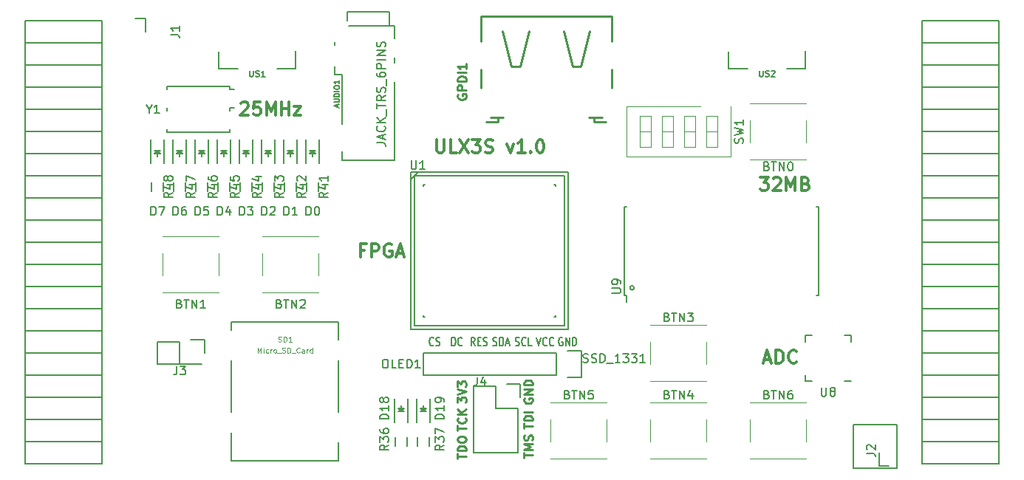
<source format=gto>
G04 #@! TF.FileFunction,Legend,Top*
%FSLAX46Y46*%
G04 Gerber Fmt 4.6, Leading zero omitted, Abs format (unit mm)*
G04 Created by KiCad (PCBNEW 4.0.7+dfsg1-1) date Wed Oct 11 19:06:24 2017*
%MOMM*%
%LPD*%
G01*
G04 APERTURE LIST*
%ADD10C,0.100000*%
%ADD11C,0.300000*%
%ADD12C,0.250000*%
%ADD13C,0.150000*%
%ADD14C,0.254000*%
%ADD15C,0.120000*%
%ADD16C,0.152400*%
%ADD17C,0.124460*%
G04 APERTURE END LIST*
D10*
D11*
X132442858Y-75076571D02*
X132442858Y-76290857D01*
X132514286Y-76433714D01*
X132585715Y-76505143D01*
X132728572Y-76576571D01*
X133014286Y-76576571D01*
X133157144Y-76505143D01*
X133228572Y-76433714D01*
X133300001Y-76290857D01*
X133300001Y-75076571D01*
X134728573Y-76576571D02*
X134014287Y-76576571D01*
X134014287Y-75076571D01*
X135085716Y-75076571D02*
X136085716Y-76576571D01*
X136085716Y-75076571D02*
X135085716Y-76576571D01*
X136514287Y-75076571D02*
X137442858Y-75076571D01*
X136942858Y-75648000D01*
X137157144Y-75648000D01*
X137300001Y-75719429D01*
X137371430Y-75790857D01*
X137442858Y-75933714D01*
X137442858Y-76290857D01*
X137371430Y-76433714D01*
X137300001Y-76505143D01*
X137157144Y-76576571D01*
X136728572Y-76576571D01*
X136585715Y-76505143D01*
X136514287Y-76433714D01*
X138014286Y-76505143D02*
X138228572Y-76576571D01*
X138585715Y-76576571D01*
X138728572Y-76505143D01*
X138800001Y-76433714D01*
X138871429Y-76290857D01*
X138871429Y-76148000D01*
X138800001Y-76005143D01*
X138728572Y-75933714D01*
X138585715Y-75862286D01*
X138300001Y-75790857D01*
X138157143Y-75719429D01*
X138085715Y-75648000D01*
X138014286Y-75505143D01*
X138014286Y-75362286D01*
X138085715Y-75219429D01*
X138157143Y-75148000D01*
X138300001Y-75076571D01*
X138657143Y-75076571D01*
X138871429Y-75148000D01*
X140514286Y-75576571D02*
X140871429Y-76576571D01*
X141228571Y-75576571D01*
X142585714Y-76576571D02*
X141728571Y-76576571D01*
X142157143Y-76576571D02*
X142157143Y-75076571D01*
X142014286Y-75290857D01*
X141871428Y-75433714D01*
X141728571Y-75505143D01*
X143228571Y-76433714D02*
X143299999Y-76505143D01*
X143228571Y-76576571D01*
X143157142Y-76505143D01*
X143228571Y-76433714D01*
X143228571Y-76576571D01*
X144228571Y-75076571D02*
X144371428Y-75076571D01*
X144514285Y-75148000D01*
X144585714Y-75219429D01*
X144657143Y-75362286D01*
X144728571Y-75648000D01*
X144728571Y-76005143D01*
X144657143Y-76290857D01*
X144585714Y-76433714D01*
X144514285Y-76505143D01*
X144371428Y-76576571D01*
X144228571Y-76576571D01*
X144085714Y-76505143D01*
X144014285Y-76433714D01*
X143942857Y-76290857D01*
X143871428Y-76005143D01*
X143871428Y-75648000D01*
X143942857Y-75362286D01*
X144014285Y-75219429D01*
X144085714Y-75148000D01*
X144228571Y-75076571D01*
X124175429Y-87728857D02*
X123675429Y-87728857D01*
X123675429Y-88514571D02*
X123675429Y-87014571D01*
X124389715Y-87014571D01*
X124961143Y-88514571D02*
X124961143Y-87014571D01*
X125532571Y-87014571D01*
X125675429Y-87086000D01*
X125746857Y-87157429D01*
X125818286Y-87300286D01*
X125818286Y-87514571D01*
X125746857Y-87657429D01*
X125675429Y-87728857D01*
X125532571Y-87800286D01*
X124961143Y-87800286D01*
X127246857Y-87086000D02*
X127104000Y-87014571D01*
X126889714Y-87014571D01*
X126675429Y-87086000D01*
X126532571Y-87228857D01*
X126461143Y-87371714D01*
X126389714Y-87657429D01*
X126389714Y-87871714D01*
X126461143Y-88157429D01*
X126532571Y-88300286D01*
X126675429Y-88443143D01*
X126889714Y-88514571D01*
X127032571Y-88514571D01*
X127246857Y-88443143D01*
X127318286Y-88371714D01*
X127318286Y-87871714D01*
X127032571Y-87871714D01*
X127889714Y-88086000D02*
X128604000Y-88086000D01*
X127746857Y-88514571D02*
X128246857Y-87014571D01*
X128746857Y-88514571D01*
X169510572Y-79394571D02*
X170439143Y-79394571D01*
X169939143Y-79966000D01*
X170153429Y-79966000D01*
X170296286Y-80037429D01*
X170367715Y-80108857D01*
X170439143Y-80251714D01*
X170439143Y-80608857D01*
X170367715Y-80751714D01*
X170296286Y-80823143D01*
X170153429Y-80894571D01*
X169724857Y-80894571D01*
X169582000Y-80823143D01*
X169510572Y-80751714D01*
X171010571Y-79537429D02*
X171082000Y-79466000D01*
X171224857Y-79394571D01*
X171582000Y-79394571D01*
X171724857Y-79466000D01*
X171796286Y-79537429D01*
X171867714Y-79680286D01*
X171867714Y-79823143D01*
X171796286Y-80037429D01*
X170939143Y-80894571D01*
X171867714Y-80894571D01*
X172510571Y-80894571D02*
X172510571Y-79394571D01*
X173010571Y-80466000D01*
X173510571Y-79394571D01*
X173510571Y-80894571D01*
X174724857Y-80108857D02*
X174939143Y-80180286D01*
X175010571Y-80251714D01*
X175082000Y-80394571D01*
X175082000Y-80608857D01*
X175010571Y-80751714D01*
X174939143Y-80823143D01*
X174796285Y-80894571D01*
X174224857Y-80894571D01*
X174224857Y-79394571D01*
X174724857Y-79394571D01*
X174867714Y-79466000D01*
X174939143Y-79537429D01*
X175010571Y-79680286D01*
X175010571Y-79823143D01*
X174939143Y-79966000D01*
X174867714Y-80037429D01*
X174724857Y-80108857D01*
X174224857Y-80108857D01*
X169966857Y-100278000D02*
X170681143Y-100278000D01*
X169824000Y-100706571D02*
X170324000Y-99206571D01*
X170824000Y-100706571D01*
X171324000Y-100706571D02*
X171324000Y-99206571D01*
X171681143Y-99206571D01*
X171895428Y-99278000D01*
X172038286Y-99420857D01*
X172109714Y-99563714D01*
X172181143Y-99849429D01*
X172181143Y-100063714D01*
X172109714Y-100349429D01*
X172038286Y-100492286D01*
X171895428Y-100635143D01*
X171681143Y-100706571D01*
X171324000Y-100706571D01*
X173681143Y-100563714D02*
X173609714Y-100635143D01*
X173395428Y-100706571D01*
X173252571Y-100706571D01*
X173038286Y-100635143D01*
X172895428Y-100492286D01*
X172824000Y-100349429D01*
X172752571Y-100063714D01*
X172752571Y-99849429D01*
X172824000Y-99563714D01*
X172895428Y-99420857D01*
X173038286Y-99278000D01*
X173252571Y-99206571D01*
X173395428Y-99206571D01*
X173609714Y-99278000D01*
X173681143Y-99349429D01*
X110011143Y-70901429D02*
X110082572Y-70830000D01*
X110225429Y-70758571D01*
X110582572Y-70758571D01*
X110725429Y-70830000D01*
X110796858Y-70901429D01*
X110868286Y-71044286D01*
X110868286Y-71187143D01*
X110796858Y-71401429D01*
X109939715Y-72258571D01*
X110868286Y-72258571D01*
X112225429Y-70758571D02*
X111511143Y-70758571D01*
X111439714Y-71472857D01*
X111511143Y-71401429D01*
X111654000Y-71330000D01*
X112011143Y-71330000D01*
X112154000Y-71401429D01*
X112225429Y-71472857D01*
X112296857Y-71615714D01*
X112296857Y-71972857D01*
X112225429Y-72115714D01*
X112154000Y-72187143D01*
X112011143Y-72258571D01*
X111654000Y-72258571D01*
X111511143Y-72187143D01*
X111439714Y-72115714D01*
X112939714Y-72258571D02*
X112939714Y-70758571D01*
X113439714Y-71830000D01*
X113939714Y-70758571D01*
X113939714Y-72258571D01*
X114654000Y-72258571D02*
X114654000Y-70758571D01*
X114654000Y-71472857D02*
X115511143Y-71472857D01*
X115511143Y-72258571D02*
X115511143Y-70758571D01*
X116082572Y-71258571D02*
X116868286Y-71258571D01*
X116082572Y-72258571D01*
X116868286Y-72258571D01*
D12*
X142447381Y-111521333D02*
X142447381Y-110949904D01*
X143447381Y-111235619D02*
X142447381Y-111235619D01*
X143447381Y-110616571D02*
X142447381Y-110616571D01*
X143161667Y-110283237D01*
X142447381Y-109949904D01*
X143447381Y-109949904D01*
X143399762Y-109521333D02*
X143447381Y-109378476D01*
X143447381Y-109140380D01*
X143399762Y-109045142D01*
X143352143Y-108997523D01*
X143256905Y-108949904D01*
X143161667Y-108949904D01*
X143066429Y-108997523D01*
X143018810Y-109045142D01*
X142971190Y-109140380D01*
X142923571Y-109330857D01*
X142875952Y-109426095D01*
X142828333Y-109473714D01*
X142733095Y-109521333D01*
X142637857Y-109521333D01*
X142542619Y-109473714D01*
X142495000Y-109426095D01*
X142447381Y-109330857D01*
X142447381Y-109092761D01*
X142495000Y-108949904D01*
X142447381Y-108163809D02*
X142447381Y-107592380D01*
X143447381Y-107878095D02*
X142447381Y-107878095D01*
X143447381Y-107259047D02*
X142447381Y-107259047D01*
X142447381Y-107020952D01*
X142495000Y-106878094D01*
X142590238Y-106782856D01*
X142685476Y-106735237D01*
X142875952Y-106687618D01*
X143018810Y-106687618D01*
X143209286Y-106735237D01*
X143304524Y-106782856D01*
X143399762Y-106878094D01*
X143447381Y-107020952D01*
X143447381Y-107259047D01*
X143447381Y-106259047D02*
X142447381Y-106259047D01*
X142495000Y-104726904D02*
X142447381Y-104822142D01*
X142447381Y-104964999D01*
X142495000Y-105107857D01*
X142590238Y-105203095D01*
X142685476Y-105250714D01*
X142875952Y-105298333D01*
X143018810Y-105298333D01*
X143209286Y-105250714D01*
X143304524Y-105203095D01*
X143399762Y-105107857D01*
X143447381Y-104964999D01*
X143447381Y-104869761D01*
X143399762Y-104726904D01*
X143352143Y-104679285D01*
X143018810Y-104679285D01*
X143018810Y-104869761D01*
X143447381Y-104250714D02*
X142447381Y-104250714D01*
X143447381Y-103679285D01*
X142447381Y-103679285D01*
X143447381Y-103203095D02*
X142447381Y-103203095D01*
X142447381Y-102965000D01*
X142495000Y-102822142D01*
X142590238Y-102726904D01*
X142685476Y-102679285D01*
X142875952Y-102631666D01*
X143018810Y-102631666D01*
X143209286Y-102679285D01*
X143304524Y-102726904D01*
X143399762Y-102822142D01*
X143447381Y-102965000D01*
X143447381Y-103203095D01*
X134827381Y-111624524D02*
X134827381Y-111053095D01*
X135827381Y-111338810D02*
X134827381Y-111338810D01*
X135827381Y-110719762D02*
X134827381Y-110719762D01*
X134827381Y-110481667D01*
X134875000Y-110338809D01*
X134970238Y-110243571D01*
X135065476Y-110195952D01*
X135255952Y-110148333D01*
X135398810Y-110148333D01*
X135589286Y-110195952D01*
X135684524Y-110243571D01*
X135779762Y-110338809D01*
X135827381Y-110481667D01*
X135827381Y-110719762D01*
X134827381Y-109529286D02*
X134827381Y-109338809D01*
X134875000Y-109243571D01*
X134970238Y-109148333D01*
X135160714Y-109100714D01*
X135494048Y-109100714D01*
X135684524Y-109148333D01*
X135779762Y-109243571D01*
X135827381Y-109338809D01*
X135827381Y-109529286D01*
X135779762Y-109624524D01*
X135684524Y-109719762D01*
X135494048Y-109767381D01*
X135160714Y-109767381D01*
X134970238Y-109719762D01*
X134875000Y-109624524D01*
X134827381Y-109529286D01*
X134827381Y-108425714D02*
X134827381Y-107854285D01*
X135827381Y-108140000D02*
X134827381Y-108140000D01*
X135732143Y-106949523D02*
X135779762Y-106997142D01*
X135827381Y-107139999D01*
X135827381Y-107235237D01*
X135779762Y-107378095D01*
X135684524Y-107473333D01*
X135589286Y-107520952D01*
X135398810Y-107568571D01*
X135255952Y-107568571D01*
X135065476Y-107520952D01*
X134970238Y-107473333D01*
X134875000Y-107378095D01*
X134827381Y-107235237D01*
X134827381Y-107139999D01*
X134875000Y-106997142D01*
X134922619Y-106949523D01*
X135827381Y-106520952D02*
X134827381Y-106520952D01*
X135827381Y-105949523D02*
X135255952Y-106378095D01*
X134827381Y-105949523D02*
X135398810Y-106520952D01*
X134827381Y-105203095D02*
X134827381Y-104584047D01*
X135208333Y-104917381D01*
X135208333Y-104774523D01*
X135255952Y-104679285D01*
X135303571Y-104631666D01*
X135398810Y-104584047D01*
X135636905Y-104584047D01*
X135732143Y-104631666D01*
X135779762Y-104679285D01*
X135827381Y-104774523D01*
X135827381Y-105060238D01*
X135779762Y-105155476D01*
X135732143Y-105203095D01*
X134827381Y-104298333D02*
X135827381Y-103965000D01*
X134827381Y-103631666D01*
X134827381Y-103393571D02*
X134827381Y-102774523D01*
X135208333Y-103107857D01*
X135208333Y-102964999D01*
X135255952Y-102869761D01*
X135303571Y-102822142D01*
X135398810Y-102774523D01*
X135636905Y-102774523D01*
X135732143Y-102822142D01*
X135779762Y-102869761D01*
X135827381Y-102964999D01*
X135827381Y-103250714D01*
X135779762Y-103345952D01*
X135732143Y-103393571D01*
D13*
X117480000Y-75060000D02*
X117480000Y-77760000D01*
X118980000Y-75060000D02*
X118980000Y-77760000D01*
X118080000Y-76560000D02*
X118330000Y-76560000D01*
X118330000Y-76560000D02*
X118180000Y-76410000D01*
X118580000Y-76310000D02*
X117880000Y-76310000D01*
X118230000Y-76660000D02*
X118230000Y-77010000D01*
X118230000Y-76310000D02*
X118580000Y-76660000D01*
X118580000Y-76660000D02*
X117880000Y-76660000D01*
X117880000Y-76660000D02*
X118230000Y-76310000D01*
X114940000Y-75060000D02*
X114940000Y-77760000D01*
X116440000Y-75060000D02*
X116440000Y-77760000D01*
X115540000Y-76560000D02*
X115790000Y-76560000D01*
X115790000Y-76560000D02*
X115640000Y-76410000D01*
X116040000Y-76310000D02*
X115340000Y-76310000D01*
X115690000Y-76660000D02*
X115690000Y-77010000D01*
X115690000Y-76310000D02*
X116040000Y-76660000D01*
X116040000Y-76660000D02*
X115340000Y-76660000D01*
X115340000Y-76660000D02*
X115690000Y-76310000D01*
X112400000Y-75060000D02*
X112400000Y-77760000D01*
X113900000Y-75060000D02*
X113900000Y-77760000D01*
X113000000Y-76560000D02*
X113250000Y-76560000D01*
X113250000Y-76560000D02*
X113100000Y-76410000D01*
X113500000Y-76310000D02*
X112800000Y-76310000D01*
X113150000Y-76660000D02*
X113150000Y-77010000D01*
X113150000Y-76310000D02*
X113500000Y-76660000D01*
X113500000Y-76660000D02*
X112800000Y-76660000D01*
X112800000Y-76660000D02*
X113150000Y-76310000D01*
X109860000Y-75060000D02*
X109860000Y-77760000D01*
X111360000Y-75060000D02*
X111360000Y-77760000D01*
X110460000Y-76560000D02*
X110710000Y-76560000D01*
X110710000Y-76560000D02*
X110560000Y-76410000D01*
X110960000Y-76310000D02*
X110260000Y-76310000D01*
X110610000Y-76660000D02*
X110610000Y-77010000D01*
X110610000Y-76310000D02*
X110960000Y-76660000D01*
X110960000Y-76660000D02*
X110260000Y-76660000D01*
X110260000Y-76660000D02*
X110610000Y-76310000D01*
X107320000Y-75060000D02*
X107320000Y-77760000D01*
X108820000Y-75060000D02*
X108820000Y-77760000D01*
X107920000Y-76560000D02*
X108170000Y-76560000D01*
X108170000Y-76560000D02*
X108020000Y-76410000D01*
X108420000Y-76310000D02*
X107720000Y-76310000D01*
X108070000Y-76660000D02*
X108070000Y-77010000D01*
X108070000Y-76310000D02*
X108420000Y-76660000D01*
X108420000Y-76660000D02*
X107720000Y-76660000D01*
X107720000Y-76660000D02*
X108070000Y-76310000D01*
X104780000Y-75060000D02*
X104780000Y-77760000D01*
X106280000Y-75060000D02*
X106280000Y-77760000D01*
X105380000Y-76560000D02*
X105630000Y-76560000D01*
X105630000Y-76560000D02*
X105480000Y-76410000D01*
X105880000Y-76310000D02*
X105180000Y-76310000D01*
X105530000Y-76660000D02*
X105530000Y-77010000D01*
X105530000Y-76310000D02*
X105880000Y-76660000D01*
X105880000Y-76660000D02*
X105180000Y-76660000D01*
X105180000Y-76660000D02*
X105530000Y-76310000D01*
X102240000Y-75060000D02*
X102240000Y-77760000D01*
X103740000Y-75060000D02*
X103740000Y-77760000D01*
X102840000Y-76560000D02*
X103090000Y-76560000D01*
X103090000Y-76560000D02*
X102940000Y-76410000D01*
X103340000Y-76310000D02*
X102640000Y-76310000D01*
X102990000Y-76660000D02*
X102990000Y-77010000D01*
X102990000Y-76310000D02*
X103340000Y-76660000D01*
X103340000Y-76660000D02*
X102640000Y-76660000D01*
X102640000Y-76660000D02*
X102990000Y-76310000D01*
X99700000Y-75060000D02*
X99700000Y-77760000D01*
X101200000Y-75060000D02*
X101200000Y-77760000D01*
X100300000Y-76560000D02*
X100550000Y-76560000D01*
X100550000Y-76560000D02*
X100400000Y-76410000D01*
X100800000Y-76310000D02*
X100100000Y-76310000D01*
X100450000Y-76660000D02*
X100450000Y-77010000D01*
X100450000Y-76310000D02*
X100800000Y-76660000D01*
X100800000Y-76660000D02*
X100100000Y-76660000D01*
X100100000Y-76660000D02*
X100450000Y-76310000D01*
X176180000Y-92880000D02*
X175980000Y-92880000D01*
X176180000Y-82720000D02*
X175980000Y-82720000D01*
X155080000Y-92050000D02*
G75*
G03X155080000Y-92050000I-250000J0D01*
G01*
X154180000Y-92880000D02*
X154180000Y-93700000D01*
X153980000Y-92880000D02*
X154180000Y-92880000D01*
X153980000Y-82720000D02*
X154180000Y-82720000D01*
X176190000Y-82720000D02*
X176190000Y-92880000D01*
X153970000Y-92880000D02*
X153970000Y-82720000D01*
X85270000Y-112220000D02*
X94100000Y-112220000D01*
X85270000Y-109680000D02*
X85270000Y-112220000D01*
X94100000Y-109680000D02*
X94100000Y-112220000D01*
X94100000Y-112220000D02*
X85270000Y-112220000D01*
X94100000Y-109680000D02*
X85270000Y-109680000D01*
X94100000Y-107140000D02*
X94100000Y-109680000D01*
X85270000Y-107140000D02*
X85270000Y-109680000D01*
X85270000Y-109680000D02*
X94100000Y-109680000D01*
X85270000Y-91900000D02*
X94100000Y-91900000D01*
X85270000Y-89360000D02*
X85270000Y-91900000D01*
X94100000Y-89360000D02*
X94100000Y-91900000D01*
X94100000Y-91900000D02*
X85270000Y-91900000D01*
X94100000Y-94440000D02*
X85270000Y-94440000D01*
X94100000Y-91900000D02*
X94100000Y-94440000D01*
X85270000Y-91900000D02*
X85270000Y-94440000D01*
X85270000Y-94440000D02*
X94100000Y-94440000D01*
X85270000Y-107140000D02*
X94100000Y-107140000D01*
X85270000Y-104600000D02*
X85270000Y-107140000D01*
X94100000Y-104600000D02*
X94100000Y-107140000D01*
X94100000Y-107140000D02*
X85270000Y-107140000D01*
X94100000Y-104600000D02*
X85270000Y-104600000D01*
X94100000Y-102060000D02*
X94100000Y-104600000D01*
X85270000Y-102060000D02*
X85270000Y-104600000D01*
X85270000Y-104600000D02*
X94100000Y-104600000D01*
X85270000Y-102060000D02*
X94100000Y-102060000D01*
X85270000Y-99520000D02*
X85270000Y-102060000D01*
X94100000Y-99520000D02*
X94100000Y-102060000D01*
X94100000Y-102060000D02*
X85270000Y-102060000D01*
X94100000Y-99520000D02*
X85270000Y-99520000D01*
X94100000Y-96980000D02*
X94100000Y-99520000D01*
X85270000Y-96980000D02*
X85270000Y-99520000D01*
X85270000Y-99520000D02*
X94100000Y-99520000D01*
X85270000Y-96980000D02*
X94100000Y-96980000D01*
X85270000Y-94440000D02*
X85270000Y-96980000D01*
X94100000Y-94440000D02*
X94100000Y-96980000D01*
X94100000Y-96980000D02*
X85270000Y-96980000D01*
X94100000Y-79200000D02*
X85270000Y-79200000D01*
X94100000Y-76660000D02*
X94100000Y-79200000D01*
X85270000Y-76660000D02*
X85270000Y-79200000D01*
X85270000Y-79200000D02*
X94100000Y-79200000D01*
X85270000Y-81740000D02*
X94100000Y-81740000D01*
X85270000Y-79200000D02*
X85270000Y-81740000D01*
X94100000Y-79200000D02*
X94100000Y-81740000D01*
X94100000Y-81740000D02*
X85270000Y-81740000D01*
X94100000Y-84280000D02*
X85270000Y-84280000D01*
X94100000Y-81740000D02*
X94100000Y-84280000D01*
X85270000Y-81740000D02*
X85270000Y-84280000D01*
X85270000Y-84280000D02*
X94100000Y-84280000D01*
X85270000Y-86820000D02*
X94100000Y-86820000D01*
X85270000Y-84280000D02*
X85270000Y-86820000D01*
X94100000Y-84280000D02*
X94100000Y-86820000D01*
X94100000Y-86820000D02*
X85270000Y-86820000D01*
X94100000Y-89360000D02*
X85270000Y-89360000D01*
X94100000Y-86820000D02*
X94100000Y-89360000D01*
X85270000Y-86820000D02*
X85270000Y-89360000D01*
X85270000Y-89360000D02*
X94100000Y-89360000D01*
X85270000Y-76660000D02*
X94100000Y-76660000D01*
X85270000Y-74120000D02*
X85270000Y-76660000D01*
X94100000Y-74120000D02*
X94100000Y-76660000D01*
X94100000Y-76660000D02*
X85270000Y-76660000D01*
X94100000Y-74120000D02*
X85270000Y-74120000D01*
X94100000Y-71580000D02*
X94100000Y-74120000D01*
X85270000Y-71580000D02*
X85270000Y-74120000D01*
X85270000Y-74120000D02*
X94100000Y-74120000D01*
X85270000Y-71580000D02*
X94100000Y-71580000D01*
X85270000Y-69040000D02*
X85270000Y-71580000D01*
X94100000Y-69040000D02*
X94100000Y-71580000D01*
X94100000Y-71580000D02*
X85270000Y-71580000D01*
X94100000Y-69040000D02*
X85270000Y-69040000D01*
X94100000Y-66500000D02*
X94100000Y-69040000D01*
X85270000Y-66500000D02*
X85270000Y-69040000D01*
X85270000Y-69040000D02*
X94100000Y-69040000D01*
X85270000Y-66500000D02*
X94100000Y-66500000D01*
X85270000Y-63960000D02*
X85270000Y-66500000D01*
X94100000Y-63960000D02*
X94100000Y-66500000D01*
X94100000Y-66500000D02*
X85270000Y-66500000D01*
X94100000Y-63960000D02*
X85270000Y-63960000D01*
X94100000Y-61420000D02*
X94100000Y-63960000D01*
X99060000Y-62690000D02*
X99060000Y-61140000D01*
X99060000Y-61140000D02*
X97910000Y-61140000D01*
X94100000Y-61420000D02*
X85270000Y-61420000D01*
X85270000Y-61420000D02*
X85270000Y-63960000D01*
X85270000Y-63960000D02*
X94100000Y-63960000D01*
X196910000Y-61420000D02*
X188080000Y-61420000D01*
X196910000Y-63960000D02*
X196910000Y-61420000D01*
X188080000Y-63960000D02*
X188080000Y-61420000D01*
X188080000Y-61420000D02*
X196910000Y-61420000D01*
X188080000Y-63960000D02*
X196910000Y-63960000D01*
X188080000Y-66500000D02*
X188080000Y-63960000D01*
X196910000Y-66500000D02*
X196910000Y-63960000D01*
X196910000Y-63960000D02*
X188080000Y-63960000D01*
X196910000Y-81740000D02*
X188080000Y-81740000D01*
X196910000Y-84280000D02*
X196910000Y-81740000D01*
X188080000Y-84280000D02*
X188080000Y-81740000D01*
X188080000Y-81740000D02*
X196910000Y-81740000D01*
X188080000Y-79200000D02*
X196910000Y-79200000D01*
X188080000Y-81740000D02*
X188080000Y-79200000D01*
X196910000Y-81740000D02*
X196910000Y-79200000D01*
X196910000Y-79200000D02*
X188080000Y-79200000D01*
X196910000Y-66500000D02*
X188080000Y-66500000D01*
X196910000Y-69040000D02*
X196910000Y-66500000D01*
X188080000Y-69040000D02*
X188080000Y-66500000D01*
X188080000Y-66500000D02*
X196910000Y-66500000D01*
X188080000Y-69040000D02*
X196910000Y-69040000D01*
X188080000Y-71580000D02*
X188080000Y-69040000D01*
X196910000Y-71580000D02*
X196910000Y-69040000D01*
X196910000Y-69040000D02*
X188080000Y-69040000D01*
X196910000Y-71580000D02*
X188080000Y-71580000D01*
X196910000Y-74120000D02*
X196910000Y-71580000D01*
X188080000Y-74120000D02*
X188080000Y-71580000D01*
X188080000Y-71580000D02*
X196910000Y-71580000D01*
X188080000Y-74120000D02*
X196910000Y-74120000D01*
X188080000Y-76660000D02*
X188080000Y-74120000D01*
X196910000Y-76660000D02*
X196910000Y-74120000D01*
X196910000Y-74120000D02*
X188080000Y-74120000D01*
X196910000Y-76660000D02*
X188080000Y-76660000D01*
X196910000Y-79200000D02*
X196910000Y-76660000D01*
X188080000Y-79200000D02*
X188080000Y-76660000D01*
X188080000Y-76660000D02*
X196910000Y-76660000D01*
X188080000Y-94440000D02*
X196910000Y-94440000D01*
X188080000Y-96980000D02*
X188080000Y-94440000D01*
X196910000Y-96980000D02*
X196910000Y-94440000D01*
X196910000Y-94440000D02*
X188080000Y-94440000D01*
X196910000Y-91900000D02*
X188080000Y-91900000D01*
X196910000Y-94440000D02*
X196910000Y-91900000D01*
X188080000Y-94440000D02*
X188080000Y-91900000D01*
X188080000Y-91900000D02*
X196910000Y-91900000D01*
X188080000Y-89360000D02*
X196910000Y-89360000D01*
X188080000Y-91900000D02*
X188080000Y-89360000D01*
X196910000Y-91900000D02*
X196910000Y-89360000D01*
X196910000Y-89360000D02*
X188080000Y-89360000D01*
X196910000Y-86820000D02*
X188080000Y-86820000D01*
X196910000Y-89360000D02*
X196910000Y-86820000D01*
X188080000Y-89360000D02*
X188080000Y-86820000D01*
X188080000Y-86820000D02*
X196910000Y-86820000D01*
X188080000Y-84280000D02*
X196910000Y-84280000D01*
X188080000Y-86820000D02*
X188080000Y-84280000D01*
X196910000Y-86820000D02*
X196910000Y-84280000D01*
X196910000Y-84280000D02*
X188080000Y-84280000D01*
X196910000Y-96980000D02*
X188080000Y-96980000D01*
X196910000Y-99520000D02*
X196910000Y-96980000D01*
X188080000Y-99520000D02*
X188080000Y-96980000D01*
X188080000Y-96980000D02*
X196910000Y-96980000D01*
X188080000Y-99520000D02*
X196910000Y-99520000D01*
X188080000Y-102060000D02*
X188080000Y-99520000D01*
X196910000Y-102060000D02*
X196910000Y-99520000D01*
X196910000Y-99520000D02*
X188080000Y-99520000D01*
X196910000Y-102060000D02*
X188080000Y-102060000D01*
X196910000Y-104600000D02*
X196910000Y-102060000D01*
X188080000Y-104600000D02*
X188080000Y-102060000D01*
X188080000Y-102060000D02*
X196910000Y-102060000D01*
X188080000Y-104600000D02*
X196910000Y-104600000D01*
X188080000Y-107140000D02*
X188080000Y-104600000D01*
X196910000Y-107140000D02*
X196910000Y-104600000D01*
X196910000Y-104600000D02*
X188080000Y-104600000D01*
X196910000Y-107140000D02*
X188080000Y-107140000D01*
X196910000Y-109680000D02*
X196910000Y-107140000D01*
X188080000Y-109680000D02*
X188080000Y-107140000D01*
X188080000Y-107140000D02*
X196910000Y-107140000D01*
X188080000Y-109680000D02*
X196910000Y-109680000D01*
X188080000Y-112220000D02*
X188080000Y-109680000D01*
X183120000Y-110950000D02*
X183120000Y-112500000D01*
X183120000Y-112500000D02*
X184270000Y-112500000D01*
X188080000Y-112220000D02*
X196910000Y-112220000D01*
X196910000Y-112220000D02*
X196910000Y-109680000D01*
X196910000Y-109680000D02*
X188080000Y-109680000D01*
X108724000Y-69280000D02*
X109274000Y-69280000D01*
X101524000Y-68980000D02*
X101524000Y-69280000D01*
X101524000Y-74180000D02*
X101524000Y-73880000D01*
X108724000Y-74180000D02*
X108724000Y-73880000D01*
X108724000Y-68980000D02*
X108724000Y-69280000D01*
X108724000Y-68980000D02*
X101524000Y-68980000D01*
X108724000Y-71380000D02*
X109274000Y-71380000D01*
X108724000Y-74180000D02*
X101524000Y-74180000D01*
X101524000Y-71380000D02*
X101524000Y-71780000D01*
X108724000Y-71380000D02*
X108724000Y-71780000D01*
X105810000Y-99520000D02*
X105810000Y-97970000D01*
X102990000Y-100790000D02*
X105530000Y-100790000D01*
X105810000Y-97970000D02*
X104260000Y-97970000D01*
X100450000Y-100790000D02*
X102990000Y-100790000D01*
X102990000Y-100790000D02*
X102990000Y-98250000D01*
X102990000Y-98250000D02*
X100450000Y-98250000D01*
X100450000Y-98250000D02*
X100450000Y-100790000D01*
X129140000Y-107470000D02*
X129140000Y-104770000D01*
X127640000Y-107470000D02*
X127640000Y-104770000D01*
X128540000Y-105970000D02*
X128290000Y-105970000D01*
X128290000Y-105970000D02*
X128440000Y-106120000D01*
X128040000Y-106220000D02*
X128740000Y-106220000D01*
X128390000Y-105870000D02*
X128390000Y-105520000D01*
X128390000Y-106220000D02*
X128040000Y-105870000D01*
X128040000Y-105870000D02*
X128740000Y-105870000D01*
X128740000Y-105870000D02*
X128390000Y-106220000D01*
X131680000Y-107470000D02*
X131680000Y-104770000D01*
X130180000Y-107470000D02*
X130180000Y-104770000D01*
X131080000Y-105970000D02*
X130830000Y-105970000D01*
X130830000Y-105970000D02*
X130980000Y-106120000D01*
X130580000Y-106220000D02*
X131280000Y-106220000D01*
X130930000Y-105870000D02*
X130930000Y-105520000D01*
X130930000Y-106220000D02*
X130580000Y-105870000D01*
X130580000Y-105870000D02*
X131280000Y-105870000D01*
X131280000Y-105870000D02*
X130930000Y-106220000D01*
X127715000Y-110180000D02*
X127715000Y-109180000D01*
X129065000Y-109180000D02*
X129065000Y-110180000D01*
X131605000Y-109180000D02*
X131605000Y-110180000D01*
X130255000Y-110180000D02*
X130255000Y-109180000D01*
X116280000Y-64925000D02*
X116280000Y-66925000D01*
X116280000Y-66925000D02*
X114130000Y-66925000D01*
X109630000Y-66925000D02*
X107480000Y-66925000D01*
X107480000Y-66925000D02*
X107480000Y-64975000D01*
X174700000Y-64925000D02*
X174700000Y-66925000D01*
X174700000Y-66925000D02*
X172550000Y-66925000D01*
X168050000Y-66925000D02*
X165900000Y-66925000D01*
X165900000Y-66925000D02*
X165900000Y-64975000D01*
X141725000Y-110950000D02*
X141725000Y-105870000D01*
X142005000Y-103050000D02*
X142005000Y-104600000D01*
X139185000Y-103330000D02*
X139185000Y-105870000D01*
X139185000Y-105870000D02*
X141725000Y-105870000D01*
X141725000Y-110950000D02*
X136645000Y-110950000D01*
X136645000Y-110950000D02*
X136645000Y-105870000D01*
X142005000Y-103050000D02*
X140455000Y-103050000D01*
X136645000Y-103330000D02*
X139185000Y-103330000D01*
X136645000Y-105870000D02*
X136645000Y-103330000D01*
X118905000Y-79970000D02*
X118905000Y-80970000D01*
X117555000Y-80970000D02*
X117555000Y-79970000D01*
X116365000Y-79970000D02*
X116365000Y-80970000D01*
X115015000Y-80970000D02*
X115015000Y-79970000D01*
X113825000Y-79970000D02*
X113825000Y-80970000D01*
X112475000Y-80970000D02*
X112475000Y-79970000D01*
X111285000Y-79970000D02*
X111285000Y-80970000D01*
X109935000Y-80970000D02*
X109935000Y-79970000D01*
X108745000Y-79970000D02*
X108745000Y-80970000D01*
X107395000Y-80970000D02*
X107395000Y-79970000D01*
X106205000Y-79970000D02*
X106205000Y-80970000D01*
X104855000Y-80970000D02*
X104855000Y-79970000D01*
X103665000Y-79970000D02*
X103665000Y-80970000D01*
X102315000Y-80970000D02*
X102315000Y-79970000D01*
X101125000Y-79970000D02*
X101125000Y-80970000D01*
X99775000Y-80970000D02*
X99775000Y-79970000D01*
X174660000Y-102780000D02*
X174660000Y-102030000D01*
X179910000Y-97530000D02*
X179910000Y-98280000D01*
X174660000Y-97530000D02*
X174660000Y-98280000D01*
X179910000Y-102780000D02*
X179160000Y-102780000D01*
X179910000Y-97530000D02*
X179160000Y-97530000D01*
X174660000Y-97530000D02*
X175410000Y-97530000D01*
X174660000Y-102780000D02*
X175410000Y-102780000D01*
X180180640Y-107700640D02*
X185179360Y-107700640D01*
X185179360Y-107700640D02*
X185179360Y-112699360D01*
X185179360Y-112699360D02*
X180180640Y-112699360D01*
X180180640Y-112699360D02*
X180180640Y-107700640D01*
X146170000Y-99520000D02*
X130930000Y-99520000D01*
X130930000Y-99520000D02*
X130930000Y-102060000D01*
X130930000Y-102060000D02*
X146170000Y-102060000D01*
X148990000Y-99240000D02*
X147440000Y-99240000D01*
X146170000Y-99520000D02*
X146170000Y-102060000D01*
X147440000Y-102340000D02*
X148990000Y-102340000D01*
X148990000Y-102340000D02*
X148990000Y-99240000D01*
X122180000Y-60440000D02*
X122180000Y-61440000D01*
X126980000Y-60440000D02*
X122180000Y-60440000D01*
X126980000Y-62040000D02*
X126980000Y-60440000D01*
X127580000Y-62040000D02*
X122380000Y-62040000D01*
X120780000Y-64240000D02*
X120780000Y-63840000D01*
X120780000Y-67640000D02*
X120780000Y-66640000D01*
X121580000Y-67640000D02*
X120780000Y-67640000D01*
X121580000Y-73240000D02*
X121580000Y-67640000D01*
X121580000Y-77440000D02*
X121580000Y-76440000D01*
X127580000Y-77440000D02*
X121580000Y-77440000D01*
X127580000Y-68440000D02*
X127580000Y-77440000D01*
X127580000Y-65640000D02*
X127580000Y-66240000D01*
X127580000Y-62040000D02*
X127580000Y-63440000D01*
D14*
X151378260Y-72548160D02*
X150479100Y-72548160D01*
X150479100Y-72548160D02*
X149879660Y-72548160D01*
X140080340Y-72548160D02*
X139480900Y-72548160D01*
X139480900Y-72548160D02*
X138581740Y-72548160D01*
X137481920Y-69149640D02*
X137481920Y-66998260D01*
X137481920Y-63800400D02*
X137481920Y-60892100D01*
X137481920Y-60892100D02*
X152478080Y-60892100D01*
X152478080Y-60892100D02*
X152478080Y-63800400D01*
X152478080Y-66998260D02*
X152478080Y-69149640D01*
X138106760Y-73048540D02*
X139480900Y-73048540D01*
X139480900Y-73048540D02*
X139480900Y-72548160D01*
X150479100Y-72548160D02*
X150479100Y-73048540D01*
X150479100Y-73048540D02*
X151865940Y-73048540D01*
X142981020Y-62632000D02*
X141980260Y-66632500D01*
X141980260Y-66632500D02*
X140982040Y-66632500D01*
X140982040Y-66632500D02*
X139981280Y-62632000D01*
X146978980Y-62632000D02*
X147979740Y-66632500D01*
X147979740Y-66632500D02*
X148977960Y-66632500D01*
X148977960Y-66632500D02*
X149978720Y-62632000D01*
D15*
X168340000Y-77350000D02*
X168340000Y-77320000D01*
X168340000Y-70890000D02*
X168340000Y-70920000D01*
X174800000Y-70890000D02*
X174800000Y-70920000D01*
X174800000Y-77320000D02*
X174800000Y-77350000D01*
X168340000Y-75420000D02*
X168340000Y-72820000D01*
X174800000Y-77350000D02*
X168340000Y-77350000D01*
X174800000Y-75420000D02*
X174800000Y-72820000D01*
X174800000Y-70890000D02*
X168340000Y-70890000D01*
X107490000Y-86130000D02*
X107490000Y-86160000D01*
X107490000Y-92590000D02*
X107490000Y-92560000D01*
X101030000Y-92590000D02*
X101030000Y-92560000D01*
X101030000Y-86160000D02*
X101030000Y-86130000D01*
X107490000Y-88060000D02*
X107490000Y-90660000D01*
X101030000Y-86130000D02*
X107490000Y-86130000D01*
X101030000Y-88060000D02*
X101030000Y-90660000D01*
X101030000Y-92590000D02*
X107490000Y-92590000D01*
X118920000Y-86130000D02*
X118920000Y-86160000D01*
X118920000Y-92590000D02*
X118920000Y-92560000D01*
X112460000Y-92590000D02*
X112460000Y-92560000D01*
X112460000Y-86160000D02*
X112460000Y-86130000D01*
X118920000Y-88060000D02*
X118920000Y-90660000D01*
X112460000Y-86130000D02*
X118920000Y-86130000D01*
X112460000Y-88060000D02*
X112460000Y-90660000D01*
X112460000Y-92590000D02*
X118920000Y-92590000D01*
X163370000Y-96290000D02*
X163370000Y-96320000D01*
X163370000Y-102750000D02*
X163370000Y-102720000D01*
X156910000Y-102750000D02*
X156910000Y-102720000D01*
X156910000Y-96320000D02*
X156910000Y-96290000D01*
X163370000Y-98220000D02*
X163370000Y-100820000D01*
X156910000Y-96290000D02*
X163370000Y-96290000D01*
X156910000Y-98220000D02*
X156910000Y-100820000D01*
X156910000Y-102750000D02*
X163370000Y-102750000D01*
X156910000Y-111640000D02*
X156910000Y-111610000D01*
X156910000Y-105180000D02*
X156910000Y-105210000D01*
X163370000Y-105180000D02*
X163370000Y-105210000D01*
X163370000Y-111610000D02*
X163370000Y-111640000D01*
X156910000Y-109710000D02*
X156910000Y-107110000D01*
X163370000Y-111640000D02*
X156910000Y-111640000D01*
X163370000Y-109710000D02*
X163370000Y-107110000D01*
X163370000Y-105180000D02*
X156910000Y-105180000D01*
X145480000Y-111640000D02*
X145480000Y-111610000D01*
X145480000Y-105180000D02*
X145480000Y-105210000D01*
X151940000Y-105180000D02*
X151940000Y-105210000D01*
X151940000Y-111610000D02*
X151940000Y-111640000D01*
X145480000Y-109710000D02*
X145480000Y-107110000D01*
X151940000Y-111640000D02*
X145480000Y-111640000D01*
X151940000Y-109710000D02*
X151940000Y-107110000D01*
X151940000Y-105180000D02*
X145480000Y-105180000D01*
X168340000Y-111640000D02*
X168340000Y-111610000D01*
X168340000Y-105180000D02*
X168340000Y-105210000D01*
X174800000Y-105180000D02*
X174800000Y-105210000D01*
X174800000Y-111610000D02*
X174800000Y-111640000D01*
X168340000Y-109710000D02*
X168340000Y-107110000D01*
X174800000Y-111640000D02*
X168340000Y-111640000D01*
X174800000Y-109710000D02*
X174800000Y-107110000D01*
X174800000Y-105180000D02*
X168340000Y-105180000D01*
X166120000Y-71275000D02*
X166120000Y-76965000D01*
X166120000Y-76965000D02*
X154160000Y-76965000D01*
X154160000Y-76965000D02*
X154160000Y-71275000D01*
X154160000Y-71275000D02*
X162680000Y-71275000D01*
X164585000Y-72310000D02*
X163315000Y-72310000D01*
X163315000Y-72310000D02*
X163315000Y-75930000D01*
X163315000Y-75930000D02*
X164585000Y-75930000D01*
X164585000Y-75930000D02*
X164585000Y-72310000D01*
X164585000Y-74120000D02*
X163315000Y-74120000D01*
X162045000Y-72310000D02*
X160775000Y-72310000D01*
X160775000Y-72310000D02*
X160775000Y-75930000D01*
X160775000Y-75930000D02*
X162045000Y-75930000D01*
X162045000Y-75930000D02*
X162045000Y-72310000D01*
X162045000Y-74120000D02*
X160775000Y-74120000D01*
X159505000Y-72310000D02*
X158235000Y-72310000D01*
X158235000Y-72310000D02*
X158235000Y-75930000D01*
X158235000Y-75930000D02*
X159505000Y-75930000D01*
X159505000Y-75930000D02*
X159505000Y-72310000D01*
X159505000Y-74120000D02*
X158235000Y-74120000D01*
X156965000Y-72310000D02*
X155695000Y-72310000D01*
X155695000Y-72310000D02*
X155695000Y-75930000D01*
X155695000Y-75930000D02*
X156965000Y-75930000D01*
X156965000Y-75930000D02*
X156965000Y-72310000D01*
X156965000Y-74120000D02*
X155695000Y-74120000D01*
D13*
X130880000Y-80200000D02*
X131080000Y-80200000D01*
X130880000Y-80400000D02*
X130880000Y-80200000D01*
X146080000Y-80200000D02*
X146080000Y-80400000D01*
X145880000Y-80200000D02*
X146080000Y-80200000D01*
X146080000Y-95400000D02*
X146080000Y-95200000D01*
X145880000Y-95400000D02*
X146080000Y-95400000D01*
X130880000Y-95400000D02*
X131080000Y-95400000D01*
X130880000Y-95200000D02*
X130880000Y-95400000D01*
X130280000Y-78800000D02*
X129480000Y-79600000D01*
X129480000Y-96800000D02*
X129480000Y-78800000D01*
X147480000Y-96800000D02*
X129480000Y-96800000D01*
X147480000Y-78800000D02*
X147480000Y-96800000D01*
X129480000Y-78800000D02*
X147480000Y-78800000D01*
X129880000Y-96400000D02*
X129880000Y-79200000D01*
X147080000Y-96400000D02*
X129880000Y-96400000D01*
X147080000Y-79200000D02*
X147080000Y-96400000D01*
X129880000Y-79200000D02*
X147080000Y-79200000D01*
X121205000Y-111915000D02*
X121205000Y-109765000D01*
X108905000Y-111915000D02*
X121205000Y-111915000D01*
X108905000Y-108665000D02*
X108905000Y-111915000D01*
X108905000Y-100365000D02*
X108905000Y-106265000D01*
X121205000Y-106265000D02*
X121205000Y-100365000D01*
X108905000Y-95965000D02*
X108905000Y-96865000D01*
X121205000Y-95965000D02*
X108905000Y-95965000D01*
X121205000Y-98015000D02*
X121205000Y-95965000D01*
X117491905Y-83716381D02*
X117491905Y-82716381D01*
X117730000Y-82716381D01*
X117872858Y-82764000D01*
X117968096Y-82859238D01*
X118015715Y-82954476D01*
X118063334Y-83144952D01*
X118063334Y-83287810D01*
X118015715Y-83478286D01*
X117968096Y-83573524D01*
X117872858Y-83668762D01*
X117730000Y-83716381D01*
X117491905Y-83716381D01*
X118682381Y-82716381D02*
X118777620Y-82716381D01*
X118872858Y-82764000D01*
X118920477Y-82811619D01*
X118968096Y-82906857D01*
X119015715Y-83097333D01*
X119015715Y-83335429D01*
X118968096Y-83525905D01*
X118920477Y-83621143D01*
X118872858Y-83668762D01*
X118777620Y-83716381D01*
X118682381Y-83716381D01*
X118587143Y-83668762D01*
X118539524Y-83621143D01*
X118491905Y-83525905D01*
X118444286Y-83335429D01*
X118444286Y-83097333D01*
X118491905Y-82906857D01*
X118539524Y-82811619D01*
X118587143Y-82764000D01*
X118682381Y-82716381D01*
X114951905Y-83716381D02*
X114951905Y-82716381D01*
X115190000Y-82716381D01*
X115332858Y-82764000D01*
X115428096Y-82859238D01*
X115475715Y-82954476D01*
X115523334Y-83144952D01*
X115523334Y-83287810D01*
X115475715Y-83478286D01*
X115428096Y-83573524D01*
X115332858Y-83668762D01*
X115190000Y-83716381D01*
X114951905Y-83716381D01*
X116475715Y-83716381D02*
X115904286Y-83716381D01*
X116190000Y-83716381D02*
X116190000Y-82716381D01*
X116094762Y-82859238D01*
X115999524Y-82954476D01*
X115904286Y-83002095D01*
X112411905Y-83716381D02*
X112411905Y-82716381D01*
X112650000Y-82716381D01*
X112792858Y-82764000D01*
X112888096Y-82859238D01*
X112935715Y-82954476D01*
X112983334Y-83144952D01*
X112983334Y-83287810D01*
X112935715Y-83478286D01*
X112888096Y-83573524D01*
X112792858Y-83668762D01*
X112650000Y-83716381D01*
X112411905Y-83716381D01*
X113364286Y-82811619D02*
X113411905Y-82764000D01*
X113507143Y-82716381D01*
X113745239Y-82716381D01*
X113840477Y-82764000D01*
X113888096Y-82811619D01*
X113935715Y-82906857D01*
X113935715Y-83002095D01*
X113888096Y-83144952D01*
X113316667Y-83716381D01*
X113935715Y-83716381D01*
X109871905Y-83716381D02*
X109871905Y-82716381D01*
X110110000Y-82716381D01*
X110252858Y-82764000D01*
X110348096Y-82859238D01*
X110395715Y-82954476D01*
X110443334Y-83144952D01*
X110443334Y-83287810D01*
X110395715Y-83478286D01*
X110348096Y-83573524D01*
X110252858Y-83668762D01*
X110110000Y-83716381D01*
X109871905Y-83716381D01*
X110776667Y-82716381D02*
X111395715Y-82716381D01*
X111062381Y-83097333D01*
X111205239Y-83097333D01*
X111300477Y-83144952D01*
X111348096Y-83192571D01*
X111395715Y-83287810D01*
X111395715Y-83525905D01*
X111348096Y-83621143D01*
X111300477Y-83668762D01*
X111205239Y-83716381D01*
X110919524Y-83716381D01*
X110824286Y-83668762D01*
X110776667Y-83621143D01*
X107331905Y-83716381D02*
X107331905Y-82716381D01*
X107570000Y-82716381D01*
X107712858Y-82764000D01*
X107808096Y-82859238D01*
X107855715Y-82954476D01*
X107903334Y-83144952D01*
X107903334Y-83287810D01*
X107855715Y-83478286D01*
X107808096Y-83573524D01*
X107712858Y-83668762D01*
X107570000Y-83716381D01*
X107331905Y-83716381D01*
X108760477Y-83049714D02*
X108760477Y-83716381D01*
X108522381Y-82668762D02*
X108284286Y-83383048D01*
X108903334Y-83383048D01*
X104791905Y-83716381D02*
X104791905Y-82716381D01*
X105030000Y-82716381D01*
X105172858Y-82764000D01*
X105268096Y-82859238D01*
X105315715Y-82954476D01*
X105363334Y-83144952D01*
X105363334Y-83287810D01*
X105315715Y-83478286D01*
X105268096Y-83573524D01*
X105172858Y-83668762D01*
X105030000Y-83716381D01*
X104791905Y-83716381D01*
X106268096Y-82716381D02*
X105791905Y-82716381D01*
X105744286Y-83192571D01*
X105791905Y-83144952D01*
X105887143Y-83097333D01*
X106125239Y-83097333D01*
X106220477Y-83144952D01*
X106268096Y-83192571D01*
X106315715Y-83287810D01*
X106315715Y-83525905D01*
X106268096Y-83621143D01*
X106220477Y-83668762D01*
X106125239Y-83716381D01*
X105887143Y-83716381D01*
X105791905Y-83668762D01*
X105744286Y-83621143D01*
X102251905Y-83716381D02*
X102251905Y-82716381D01*
X102490000Y-82716381D01*
X102632858Y-82764000D01*
X102728096Y-82859238D01*
X102775715Y-82954476D01*
X102823334Y-83144952D01*
X102823334Y-83287810D01*
X102775715Y-83478286D01*
X102728096Y-83573524D01*
X102632858Y-83668762D01*
X102490000Y-83716381D01*
X102251905Y-83716381D01*
X103680477Y-82716381D02*
X103490000Y-82716381D01*
X103394762Y-82764000D01*
X103347143Y-82811619D01*
X103251905Y-82954476D01*
X103204286Y-83144952D01*
X103204286Y-83525905D01*
X103251905Y-83621143D01*
X103299524Y-83668762D01*
X103394762Y-83716381D01*
X103585239Y-83716381D01*
X103680477Y-83668762D01*
X103728096Y-83621143D01*
X103775715Y-83525905D01*
X103775715Y-83287810D01*
X103728096Y-83192571D01*
X103680477Y-83144952D01*
X103585239Y-83097333D01*
X103394762Y-83097333D01*
X103299524Y-83144952D01*
X103251905Y-83192571D01*
X103204286Y-83287810D01*
X99711905Y-83716381D02*
X99711905Y-82716381D01*
X99950000Y-82716381D01*
X100092858Y-82764000D01*
X100188096Y-82859238D01*
X100235715Y-82954476D01*
X100283334Y-83144952D01*
X100283334Y-83287810D01*
X100235715Y-83478286D01*
X100188096Y-83573524D01*
X100092858Y-83668762D01*
X99950000Y-83716381D01*
X99711905Y-83716381D01*
X100616667Y-82716381D02*
X101283334Y-82716381D01*
X100854762Y-83716381D01*
X152532381Y-92661905D02*
X153341905Y-92661905D01*
X153437143Y-92614286D01*
X153484762Y-92566667D01*
X153532381Y-92471429D01*
X153532381Y-92280952D01*
X153484762Y-92185714D01*
X153437143Y-92138095D01*
X153341905Y-92090476D01*
X152532381Y-92090476D01*
X153532381Y-91566667D02*
X153532381Y-91376191D01*
X153484762Y-91280952D01*
X153437143Y-91233333D01*
X153294286Y-91138095D01*
X153103810Y-91090476D01*
X152722857Y-91090476D01*
X152627619Y-91138095D01*
X152580000Y-91185714D01*
X152532381Y-91280952D01*
X152532381Y-91471429D01*
X152580000Y-91566667D01*
X152627619Y-91614286D01*
X152722857Y-91661905D01*
X152960952Y-91661905D01*
X153056190Y-91614286D01*
X153103810Y-91566667D01*
X153151429Y-91471429D01*
X153151429Y-91280952D01*
X153103810Y-91185714D01*
X153056190Y-91138095D01*
X152960952Y-91090476D01*
X101962381Y-63023333D02*
X102676667Y-63023333D01*
X102819524Y-63070953D01*
X102914762Y-63166191D01*
X102962381Y-63309048D01*
X102962381Y-63404286D01*
X102962381Y-62023333D02*
X102962381Y-62594762D01*
X102962381Y-62309048D02*
X101962381Y-62309048D01*
X102105238Y-62404286D01*
X102200476Y-62499524D01*
X102248095Y-62594762D01*
X181690381Y-111029333D02*
X182404667Y-111029333D01*
X182547524Y-111076953D01*
X182642762Y-111172191D01*
X182690381Y-111315048D01*
X182690381Y-111410286D01*
X181785619Y-110600762D02*
X181738000Y-110553143D01*
X181690381Y-110457905D01*
X181690381Y-110219809D01*
X181738000Y-110124571D01*
X181785619Y-110076952D01*
X181880857Y-110029333D01*
X181976095Y-110029333D01*
X182118952Y-110076952D01*
X182690381Y-110648381D01*
X182690381Y-110029333D01*
X99465809Y-71556190D02*
X99465809Y-72032381D01*
X99132476Y-71032381D02*
X99465809Y-71556190D01*
X99799143Y-71032381D01*
X100656286Y-72032381D02*
X100084857Y-72032381D01*
X100370571Y-72032381D02*
X100370571Y-71032381D01*
X100275333Y-71175238D01*
X100180095Y-71270476D01*
X100084857Y-71318095D01*
X102656667Y-101004381D02*
X102656667Y-101718667D01*
X102609047Y-101861524D01*
X102513809Y-101956762D01*
X102370952Y-102004381D01*
X102275714Y-102004381D01*
X103037619Y-101004381D02*
X103656667Y-101004381D01*
X103323333Y-101385333D01*
X103466191Y-101385333D01*
X103561429Y-101432952D01*
X103609048Y-101480571D01*
X103656667Y-101575810D01*
X103656667Y-101813905D01*
X103609048Y-101909143D01*
X103561429Y-101956762D01*
X103466191Y-102004381D01*
X103180476Y-102004381D01*
X103085238Y-101956762D01*
X103037619Y-101909143D01*
X126937381Y-107084286D02*
X125937381Y-107084286D01*
X125937381Y-106846191D01*
X125985000Y-106703333D01*
X126080238Y-106608095D01*
X126175476Y-106560476D01*
X126365952Y-106512857D01*
X126508810Y-106512857D01*
X126699286Y-106560476D01*
X126794524Y-106608095D01*
X126889762Y-106703333D01*
X126937381Y-106846191D01*
X126937381Y-107084286D01*
X126937381Y-105560476D02*
X126937381Y-106131905D01*
X126937381Y-105846191D02*
X125937381Y-105846191D01*
X126080238Y-105941429D01*
X126175476Y-106036667D01*
X126223095Y-106131905D01*
X126365952Y-104989048D02*
X126318333Y-105084286D01*
X126270714Y-105131905D01*
X126175476Y-105179524D01*
X126127857Y-105179524D01*
X126032619Y-105131905D01*
X125985000Y-105084286D01*
X125937381Y-104989048D01*
X125937381Y-104798571D01*
X125985000Y-104703333D01*
X126032619Y-104655714D01*
X126127857Y-104608095D01*
X126175476Y-104608095D01*
X126270714Y-104655714D01*
X126318333Y-104703333D01*
X126365952Y-104798571D01*
X126365952Y-104989048D01*
X126413571Y-105084286D01*
X126461190Y-105131905D01*
X126556429Y-105179524D01*
X126746905Y-105179524D01*
X126842143Y-105131905D01*
X126889762Y-105084286D01*
X126937381Y-104989048D01*
X126937381Y-104798571D01*
X126889762Y-104703333D01*
X126842143Y-104655714D01*
X126746905Y-104608095D01*
X126556429Y-104608095D01*
X126461190Y-104655714D01*
X126413571Y-104703333D01*
X126365952Y-104798571D01*
X133287381Y-107084286D02*
X132287381Y-107084286D01*
X132287381Y-106846191D01*
X132335000Y-106703333D01*
X132430238Y-106608095D01*
X132525476Y-106560476D01*
X132715952Y-106512857D01*
X132858810Y-106512857D01*
X133049286Y-106560476D01*
X133144524Y-106608095D01*
X133239762Y-106703333D01*
X133287381Y-106846191D01*
X133287381Y-107084286D01*
X133287381Y-105560476D02*
X133287381Y-106131905D01*
X133287381Y-105846191D02*
X132287381Y-105846191D01*
X132430238Y-105941429D01*
X132525476Y-106036667D01*
X132573095Y-106131905D01*
X133287381Y-105084286D02*
X133287381Y-104893810D01*
X133239762Y-104798571D01*
X133192143Y-104750952D01*
X133049286Y-104655714D01*
X132858810Y-104608095D01*
X132477857Y-104608095D01*
X132382619Y-104655714D01*
X132335000Y-104703333D01*
X132287381Y-104798571D01*
X132287381Y-104989048D01*
X132335000Y-105084286D01*
X132382619Y-105131905D01*
X132477857Y-105179524D01*
X132715952Y-105179524D01*
X132811190Y-105131905D01*
X132858810Y-105084286D01*
X132906429Y-104989048D01*
X132906429Y-104798571D01*
X132858810Y-104703333D01*
X132811190Y-104655714D01*
X132715952Y-104608095D01*
X126937381Y-110068857D02*
X126461190Y-110402191D01*
X126937381Y-110640286D02*
X125937381Y-110640286D01*
X125937381Y-110259333D01*
X125985000Y-110164095D01*
X126032619Y-110116476D01*
X126127857Y-110068857D01*
X126270714Y-110068857D01*
X126365952Y-110116476D01*
X126413571Y-110164095D01*
X126461190Y-110259333D01*
X126461190Y-110640286D01*
X125937381Y-109735524D02*
X125937381Y-109116476D01*
X126318333Y-109449810D01*
X126318333Y-109306952D01*
X126365952Y-109211714D01*
X126413571Y-109164095D01*
X126508810Y-109116476D01*
X126746905Y-109116476D01*
X126842143Y-109164095D01*
X126889762Y-109211714D01*
X126937381Y-109306952D01*
X126937381Y-109592667D01*
X126889762Y-109687905D01*
X126842143Y-109735524D01*
X125937381Y-108259333D02*
X125937381Y-108449810D01*
X125985000Y-108545048D01*
X126032619Y-108592667D01*
X126175476Y-108687905D01*
X126365952Y-108735524D01*
X126746905Y-108735524D01*
X126842143Y-108687905D01*
X126889762Y-108640286D01*
X126937381Y-108545048D01*
X126937381Y-108354571D01*
X126889762Y-108259333D01*
X126842143Y-108211714D01*
X126746905Y-108164095D01*
X126508810Y-108164095D01*
X126413571Y-108211714D01*
X126365952Y-108259333D01*
X126318333Y-108354571D01*
X126318333Y-108545048D01*
X126365952Y-108640286D01*
X126413571Y-108687905D01*
X126508810Y-108735524D01*
X133287381Y-110068857D02*
X132811190Y-110402191D01*
X133287381Y-110640286D02*
X132287381Y-110640286D01*
X132287381Y-110259333D01*
X132335000Y-110164095D01*
X132382619Y-110116476D01*
X132477857Y-110068857D01*
X132620714Y-110068857D01*
X132715952Y-110116476D01*
X132763571Y-110164095D01*
X132811190Y-110259333D01*
X132811190Y-110640286D01*
X132287381Y-109735524D02*
X132287381Y-109116476D01*
X132668333Y-109449810D01*
X132668333Y-109306952D01*
X132715952Y-109211714D01*
X132763571Y-109164095D01*
X132858810Y-109116476D01*
X133096905Y-109116476D01*
X133192143Y-109164095D01*
X133239762Y-109211714D01*
X133287381Y-109306952D01*
X133287381Y-109592667D01*
X133239762Y-109687905D01*
X133192143Y-109735524D01*
X132287381Y-108783143D02*
X132287381Y-108116476D01*
X133287381Y-108545048D01*
X111013334Y-67141667D02*
X111013334Y-67708333D01*
X111046667Y-67775000D01*
X111080000Y-67808333D01*
X111146667Y-67841667D01*
X111280000Y-67841667D01*
X111346667Y-67808333D01*
X111380000Y-67775000D01*
X111413334Y-67708333D01*
X111413334Y-67141667D01*
X111713333Y-67808333D02*
X111813333Y-67841667D01*
X111980000Y-67841667D01*
X112046667Y-67808333D01*
X112080000Y-67775000D01*
X112113333Y-67708333D01*
X112113333Y-67641667D01*
X112080000Y-67575000D01*
X112046667Y-67541667D01*
X111980000Y-67508333D01*
X111846667Y-67475000D01*
X111780000Y-67441667D01*
X111746667Y-67408333D01*
X111713333Y-67341667D01*
X111713333Y-67275000D01*
X111746667Y-67208333D01*
X111780000Y-67175000D01*
X111846667Y-67141667D01*
X112013333Y-67141667D01*
X112113333Y-67175000D01*
X112780000Y-67841667D02*
X112380000Y-67841667D01*
X112580000Y-67841667D02*
X112580000Y-67141667D01*
X112513334Y-67241667D01*
X112446667Y-67308333D01*
X112380000Y-67341667D01*
X169433334Y-67141667D02*
X169433334Y-67708333D01*
X169466667Y-67775000D01*
X169500000Y-67808333D01*
X169566667Y-67841667D01*
X169700000Y-67841667D01*
X169766667Y-67808333D01*
X169800000Y-67775000D01*
X169833334Y-67708333D01*
X169833334Y-67141667D01*
X170133333Y-67808333D02*
X170233333Y-67841667D01*
X170400000Y-67841667D01*
X170466667Y-67808333D01*
X170500000Y-67775000D01*
X170533333Y-67708333D01*
X170533333Y-67641667D01*
X170500000Y-67575000D01*
X170466667Y-67541667D01*
X170400000Y-67508333D01*
X170266667Y-67475000D01*
X170200000Y-67441667D01*
X170166667Y-67408333D01*
X170133333Y-67341667D01*
X170133333Y-67275000D01*
X170166667Y-67208333D01*
X170200000Y-67175000D01*
X170266667Y-67141667D01*
X170433333Y-67141667D01*
X170533333Y-67175000D01*
X170800000Y-67208333D02*
X170833334Y-67175000D01*
X170900000Y-67141667D01*
X171066667Y-67141667D01*
X171133334Y-67175000D01*
X171166667Y-67208333D01*
X171200000Y-67275000D01*
X171200000Y-67341667D01*
X171166667Y-67441667D01*
X170766667Y-67841667D01*
X171200000Y-67841667D01*
X137073667Y-102274381D02*
X137073667Y-102988667D01*
X137026047Y-103131524D01*
X136930809Y-103226762D01*
X136787952Y-103274381D01*
X136692714Y-103274381D01*
X137978429Y-102607714D02*
X137978429Y-103274381D01*
X137740333Y-102226762D02*
X137502238Y-102941048D01*
X138121286Y-102941048D01*
X119952381Y-81112857D02*
X119476190Y-81446191D01*
X119952381Y-81684286D02*
X118952381Y-81684286D01*
X118952381Y-81303333D01*
X119000000Y-81208095D01*
X119047619Y-81160476D01*
X119142857Y-81112857D01*
X119285714Y-81112857D01*
X119380952Y-81160476D01*
X119428571Y-81208095D01*
X119476190Y-81303333D01*
X119476190Y-81684286D01*
X119285714Y-80255714D02*
X119952381Y-80255714D01*
X118904762Y-80493810D02*
X119619048Y-80731905D01*
X119619048Y-80112857D01*
X119952381Y-79208095D02*
X119952381Y-79779524D01*
X119952381Y-79493810D02*
X118952381Y-79493810D01*
X119095238Y-79589048D01*
X119190476Y-79684286D01*
X119238095Y-79779524D01*
X117412381Y-81112857D02*
X116936190Y-81446191D01*
X117412381Y-81684286D02*
X116412381Y-81684286D01*
X116412381Y-81303333D01*
X116460000Y-81208095D01*
X116507619Y-81160476D01*
X116602857Y-81112857D01*
X116745714Y-81112857D01*
X116840952Y-81160476D01*
X116888571Y-81208095D01*
X116936190Y-81303333D01*
X116936190Y-81684286D01*
X116745714Y-80255714D02*
X117412381Y-80255714D01*
X116364762Y-80493810D02*
X117079048Y-80731905D01*
X117079048Y-80112857D01*
X116507619Y-79779524D02*
X116460000Y-79731905D01*
X116412381Y-79636667D01*
X116412381Y-79398571D01*
X116460000Y-79303333D01*
X116507619Y-79255714D01*
X116602857Y-79208095D01*
X116698095Y-79208095D01*
X116840952Y-79255714D01*
X117412381Y-79827143D01*
X117412381Y-79208095D01*
X114872381Y-81112857D02*
X114396190Y-81446191D01*
X114872381Y-81684286D02*
X113872381Y-81684286D01*
X113872381Y-81303333D01*
X113920000Y-81208095D01*
X113967619Y-81160476D01*
X114062857Y-81112857D01*
X114205714Y-81112857D01*
X114300952Y-81160476D01*
X114348571Y-81208095D01*
X114396190Y-81303333D01*
X114396190Y-81684286D01*
X114205714Y-80255714D02*
X114872381Y-80255714D01*
X113824762Y-80493810D02*
X114539048Y-80731905D01*
X114539048Y-80112857D01*
X113872381Y-79827143D02*
X113872381Y-79208095D01*
X114253333Y-79541429D01*
X114253333Y-79398571D01*
X114300952Y-79303333D01*
X114348571Y-79255714D01*
X114443810Y-79208095D01*
X114681905Y-79208095D01*
X114777143Y-79255714D01*
X114824762Y-79303333D01*
X114872381Y-79398571D01*
X114872381Y-79684286D01*
X114824762Y-79779524D01*
X114777143Y-79827143D01*
X112332381Y-81112857D02*
X111856190Y-81446191D01*
X112332381Y-81684286D02*
X111332381Y-81684286D01*
X111332381Y-81303333D01*
X111380000Y-81208095D01*
X111427619Y-81160476D01*
X111522857Y-81112857D01*
X111665714Y-81112857D01*
X111760952Y-81160476D01*
X111808571Y-81208095D01*
X111856190Y-81303333D01*
X111856190Y-81684286D01*
X111665714Y-80255714D02*
X112332381Y-80255714D01*
X111284762Y-80493810D02*
X111999048Y-80731905D01*
X111999048Y-80112857D01*
X111665714Y-79303333D02*
X112332381Y-79303333D01*
X111284762Y-79541429D02*
X111999048Y-79779524D01*
X111999048Y-79160476D01*
X109792381Y-81112857D02*
X109316190Y-81446191D01*
X109792381Y-81684286D02*
X108792381Y-81684286D01*
X108792381Y-81303333D01*
X108840000Y-81208095D01*
X108887619Y-81160476D01*
X108982857Y-81112857D01*
X109125714Y-81112857D01*
X109220952Y-81160476D01*
X109268571Y-81208095D01*
X109316190Y-81303333D01*
X109316190Y-81684286D01*
X109125714Y-80255714D02*
X109792381Y-80255714D01*
X108744762Y-80493810D02*
X109459048Y-80731905D01*
X109459048Y-80112857D01*
X108792381Y-79255714D02*
X108792381Y-79731905D01*
X109268571Y-79779524D01*
X109220952Y-79731905D01*
X109173333Y-79636667D01*
X109173333Y-79398571D01*
X109220952Y-79303333D01*
X109268571Y-79255714D01*
X109363810Y-79208095D01*
X109601905Y-79208095D01*
X109697143Y-79255714D01*
X109744762Y-79303333D01*
X109792381Y-79398571D01*
X109792381Y-79636667D01*
X109744762Y-79731905D01*
X109697143Y-79779524D01*
X107252381Y-81112857D02*
X106776190Y-81446191D01*
X107252381Y-81684286D02*
X106252381Y-81684286D01*
X106252381Y-81303333D01*
X106300000Y-81208095D01*
X106347619Y-81160476D01*
X106442857Y-81112857D01*
X106585714Y-81112857D01*
X106680952Y-81160476D01*
X106728571Y-81208095D01*
X106776190Y-81303333D01*
X106776190Y-81684286D01*
X106585714Y-80255714D02*
X107252381Y-80255714D01*
X106204762Y-80493810D02*
X106919048Y-80731905D01*
X106919048Y-80112857D01*
X106252381Y-79303333D02*
X106252381Y-79493810D01*
X106300000Y-79589048D01*
X106347619Y-79636667D01*
X106490476Y-79731905D01*
X106680952Y-79779524D01*
X107061905Y-79779524D01*
X107157143Y-79731905D01*
X107204762Y-79684286D01*
X107252381Y-79589048D01*
X107252381Y-79398571D01*
X107204762Y-79303333D01*
X107157143Y-79255714D01*
X107061905Y-79208095D01*
X106823810Y-79208095D01*
X106728571Y-79255714D01*
X106680952Y-79303333D01*
X106633333Y-79398571D01*
X106633333Y-79589048D01*
X106680952Y-79684286D01*
X106728571Y-79731905D01*
X106823810Y-79779524D01*
X104712381Y-81112857D02*
X104236190Y-81446191D01*
X104712381Y-81684286D02*
X103712381Y-81684286D01*
X103712381Y-81303333D01*
X103760000Y-81208095D01*
X103807619Y-81160476D01*
X103902857Y-81112857D01*
X104045714Y-81112857D01*
X104140952Y-81160476D01*
X104188571Y-81208095D01*
X104236190Y-81303333D01*
X104236190Y-81684286D01*
X104045714Y-80255714D02*
X104712381Y-80255714D01*
X103664762Y-80493810D02*
X104379048Y-80731905D01*
X104379048Y-80112857D01*
X103712381Y-79827143D02*
X103712381Y-79160476D01*
X104712381Y-79589048D01*
X102172381Y-81112857D02*
X101696190Y-81446191D01*
X102172381Y-81684286D02*
X101172381Y-81684286D01*
X101172381Y-81303333D01*
X101220000Y-81208095D01*
X101267619Y-81160476D01*
X101362857Y-81112857D01*
X101505714Y-81112857D01*
X101600952Y-81160476D01*
X101648571Y-81208095D01*
X101696190Y-81303333D01*
X101696190Y-81684286D01*
X101505714Y-80255714D02*
X102172381Y-80255714D01*
X101124762Y-80493810D02*
X101839048Y-80731905D01*
X101839048Y-80112857D01*
X101600952Y-79589048D02*
X101553333Y-79684286D01*
X101505714Y-79731905D01*
X101410476Y-79779524D01*
X101362857Y-79779524D01*
X101267619Y-79731905D01*
X101220000Y-79684286D01*
X101172381Y-79589048D01*
X101172381Y-79398571D01*
X101220000Y-79303333D01*
X101267619Y-79255714D01*
X101362857Y-79208095D01*
X101410476Y-79208095D01*
X101505714Y-79255714D01*
X101553333Y-79303333D01*
X101600952Y-79398571D01*
X101600952Y-79589048D01*
X101648571Y-79684286D01*
X101696190Y-79731905D01*
X101791429Y-79779524D01*
X101981905Y-79779524D01*
X102077143Y-79731905D01*
X102124762Y-79684286D01*
X102172381Y-79589048D01*
X102172381Y-79398571D01*
X102124762Y-79303333D01*
X102077143Y-79255714D01*
X101981905Y-79208095D01*
X101791429Y-79208095D01*
X101696190Y-79255714D01*
X101648571Y-79303333D01*
X101600952Y-79398571D01*
X176523095Y-103482381D02*
X176523095Y-104291905D01*
X176570714Y-104387143D01*
X176618333Y-104434762D01*
X176713571Y-104482381D01*
X176904048Y-104482381D01*
X176999286Y-104434762D01*
X177046905Y-104387143D01*
X177094524Y-104291905D01*
X177094524Y-103482381D01*
X177713571Y-103910952D02*
X177618333Y-103863333D01*
X177570714Y-103815714D01*
X177523095Y-103720476D01*
X177523095Y-103672857D01*
X177570714Y-103577619D01*
X177618333Y-103530000D01*
X177713571Y-103482381D01*
X177904048Y-103482381D01*
X177999286Y-103530000D01*
X178046905Y-103577619D01*
X178094524Y-103672857D01*
X178094524Y-103720476D01*
X178046905Y-103815714D01*
X177999286Y-103863333D01*
X177904048Y-103910952D01*
X177713571Y-103910952D01*
X177618333Y-103958571D01*
X177570714Y-104006190D01*
X177523095Y-104101429D01*
X177523095Y-104291905D01*
X177570714Y-104387143D01*
X177618333Y-104434762D01*
X177713571Y-104482381D01*
X177904048Y-104482381D01*
X177999286Y-104434762D01*
X178046905Y-104387143D01*
X178094524Y-104291905D01*
X178094524Y-104101429D01*
X178046905Y-104006190D01*
X177999286Y-103958571D01*
X177904048Y-103910952D01*
X126461428Y-100242381D02*
X126651905Y-100242381D01*
X126747143Y-100290000D01*
X126842381Y-100385238D01*
X126890000Y-100575714D01*
X126890000Y-100909048D01*
X126842381Y-101099524D01*
X126747143Y-101194762D01*
X126651905Y-101242381D01*
X126461428Y-101242381D01*
X126366190Y-101194762D01*
X126270952Y-101099524D01*
X126223333Y-100909048D01*
X126223333Y-100575714D01*
X126270952Y-100385238D01*
X126366190Y-100290000D01*
X126461428Y-100242381D01*
X127794762Y-101242381D02*
X127318571Y-101242381D01*
X127318571Y-100242381D01*
X128128095Y-100718571D02*
X128461429Y-100718571D01*
X128604286Y-101242381D02*
X128128095Y-101242381D01*
X128128095Y-100242381D01*
X128604286Y-100242381D01*
X129032857Y-101242381D02*
X129032857Y-100242381D01*
X129270952Y-100242381D01*
X129413810Y-100290000D01*
X129509048Y-100385238D01*
X129556667Y-100480476D01*
X129604286Y-100670952D01*
X129604286Y-100813810D01*
X129556667Y-101004286D01*
X129509048Y-101099524D01*
X129413810Y-101194762D01*
X129270952Y-101242381D01*
X129032857Y-101242381D01*
X130556667Y-101242381D02*
X129985238Y-101242381D01*
X130270952Y-101242381D02*
X130270952Y-100242381D01*
X130175714Y-100385238D01*
X130080476Y-100480476D01*
X129985238Y-100528095D01*
X149226381Y-100559762D02*
X149369238Y-100607381D01*
X149607334Y-100607381D01*
X149702572Y-100559762D01*
X149750191Y-100512143D01*
X149797810Y-100416905D01*
X149797810Y-100321667D01*
X149750191Y-100226429D01*
X149702572Y-100178810D01*
X149607334Y-100131190D01*
X149416857Y-100083571D01*
X149321619Y-100035952D01*
X149274000Y-99988333D01*
X149226381Y-99893095D01*
X149226381Y-99797857D01*
X149274000Y-99702619D01*
X149321619Y-99655000D01*
X149416857Y-99607381D01*
X149654953Y-99607381D01*
X149797810Y-99655000D01*
X150178762Y-100559762D02*
X150321619Y-100607381D01*
X150559715Y-100607381D01*
X150654953Y-100559762D01*
X150702572Y-100512143D01*
X150750191Y-100416905D01*
X150750191Y-100321667D01*
X150702572Y-100226429D01*
X150654953Y-100178810D01*
X150559715Y-100131190D01*
X150369238Y-100083571D01*
X150274000Y-100035952D01*
X150226381Y-99988333D01*
X150178762Y-99893095D01*
X150178762Y-99797857D01*
X150226381Y-99702619D01*
X150274000Y-99655000D01*
X150369238Y-99607381D01*
X150607334Y-99607381D01*
X150750191Y-99655000D01*
X151178762Y-100607381D02*
X151178762Y-99607381D01*
X151416857Y-99607381D01*
X151559715Y-99655000D01*
X151654953Y-99750238D01*
X151702572Y-99845476D01*
X151750191Y-100035952D01*
X151750191Y-100178810D01*
X151702572Y-100369286D01*
X151654953Y-100464524D01*
X151559715Y-100559762D01*
X151416857Y-100607381D01*
X151178762Y-100607381D01*
X151940667Y-100702619D02*
X152702572Y-100702619D01*
X153464477Y-100607381D02*
X152893048Y-100607381D01*
X153178762Y-100607381D02*
X153178762Y-99607381D01*
X153083524Y-99750238D01*
X152988286Y-99845476D01*
X152893048Y-99893095D01*
X153797810Y-99607381D02*
X154416858Y-99607381D01*
X154083524Y-99988333D01*
X154226382Y-99988333D01*
X154321620Y-100035952D01*
X154369239Y-100083571D01*
X154416858Y-100178810D01*
X154416858Y-100416905D01*
X154369239Y-100512143D01*
X154321620Y-100559762D01*
X154226382Y-100607381D01*
X153940667Y-100607381D01*
X153845429Y-100559762D01*
X153797810Y-100512143D01*
X154750191Y-99607381D02*
X155369239Y-99607381D01*
X155035905Y-99988333D01*
X155178763Y-99988333D01*
X155274001Y-100035952D01*
X155321620Y-100083571D01*
X155369239Y-100178810D01*
X155369239Y-100416905D01*
X155321620Y-100512143D01*
X155274001Y-100559762D01*
X155178763Y-100607381D01*
X154893048Y-100607381D01*
X154797810Y-100559762D01*
X154750191Y-100512143D01*
X156321620Y-100607381D02*
X155750191Y-100607381D01*
X156035905Y-100607381D02*
X156035905Y-99607381D01*
X155940667Y-99750238D01*
X155845429Y-99845476D01*
X155750191Y-99893095D01*
X132075000Y-98607143D02*
X132039286Y-98654762D01*
X131932143Y-98702381D01*
X131860714Y-98702381D01*
X131753571Y-98654762D01*
X131682143Y-98559524D01*
X131646428Y-98464286D01*
X131610714Y-98273810D01*
X131610714Y-98130952D01*
X131646428Y-97940476D01*
X131682143Y-97845238D01*
X131753571Y-97750000D01*
X131860714Y-97702381D01*
X131932143Y-97702381D01*
X132039286Y-97750000D01*
X132075000Y-97797619D01*
X132360714Y-98654762D02*
X132467857Y-98702381D01*
X132646428Y-98702381D01*
X132717857Y-98654762D01*
X132753571Y-98607143D01*
X132789286Y-98511905D01*
X132789286Y-98416667D01*
X132753571Y-98321429D01*
X132717857Y-98273810D01*
X132646428Y-98226190D01*
X132503571Y-98178571D01*
X132432143Y-98130952D01*
X132396428Y-98083333D01*
X132360714Y-97988095D01*
X132360714Y-97892857D01*
X132396428Y-97797619D01*
X132432143Y-97750000D01*
X132503571Y-97702381D01*
X132682143Y-97702381D01*
X132789286Y-97750000D01*
X134168571Y-98702381D02*
X134168571Y-97702381D01*
X134347143Y-97702381D01*
X134454286Y-97750000D01*
X134525714Y-97845238D01*
X134561429Y-97940476D01*
X134597143Y-98130952D01*
X134597143Y-98273810D01*
X134561429Y-98464286D01*
X134525714Y-98559524D01*
X134454286Y-98654762D01*
X134347143Y-98702381D01*
X134168571Y-98702381D01*
X135347143Y-98607143D02*
X135311429Y-98654762D01*
X135204286Y-98702381D01*
X135132857Y-98702381D01*
X135025714Y-98654762D01*
X134954286Y-98559524D01*
X134918571Y-98464286D01*
X134882857Y-98273810D01*
X134882857Y-98130952D01*
X134918571Y-97940476D01*
X134954286Y-97845238D01*
X135025714Y-97750000D01*
X135132857Y-97702381D01*
X135204286Y-97702381D01*
X135311429Y-97750000D01*
X135347143Y-97797619D01*
X136815715Y-98702381D02*
X136565715Y-98226190D01*
X136387143Y-98702381D02*
X136387143Y-97702381D01*
X136672858Y-97702381D01*
X136744286Y-97750000D01*
X136780001Y-97797619D01*
X136815715Y-97892857D01*
X136815715Y-98035714D01*
X136780001Y-98130952D01*
X136744286Y-98178571D01*
X136672858Y-98226190D01*
X136387143Y-98226190D01*
X137137143Y-98178571D02*
X137387143Y-98178571D01*
X137494286Y-98702381D02*
X137137143Y-98702381D01*
X137137143Y-97702381D01*
X137494286Y-97702381D01*
X137780000Y-98654762D02*
X137887143Y-98702381D01*
X138065714Y-98702381D01*
X138137143Y-98654762D01*
X138172857Y-98607143D01*
X138208572Y-98511905D01*
X138208572Y-98416667D01*
X138172857Y-98321429D01*
X138137143Y-98273810D01*
X138065714Y-98226190D01*
X137922857Y-98178571D01*
X137851429Y-98130952D01*
X137815714Y-98083333D01*
X137780000Y-97988095D01*
X137780000Y-97892857D01*
X137815714Y-97797619D01*
X137851429Y-97750000D01*
X137922857Y-97702381D01*
X138101429Y-97702381D01*
X138208572Y-97750000D01*
X138909286Y-98654762D02*
X139016429Y-98702381D01*
X139195000Y-98702381D01*
X139266429Y-98654762D01*
X139302143Y-98607143D01*
X139337858Y-98511905D01*
X139337858Y-98416667D01*
X139302143Y-98321429D01*
X139266429Y-98273810D01*
X139195000Y-98226190D01*
X139052143Y-98178571D01*
X138980715Y-98130952D01*
X138945000Y-98083333D01*
X138909286Y-97988095D01*
X138909286Y-97892857D01*
X138945000Y-97797619D01*
X138980715Y-97750000D01*
X139052143Y-97702381D01*
X139230715Y-97702381D01*
X139337858Y-97750000D01*
X139659286Y-98702381D02*
X139659286Y-97702381D01*
X139837858Y-97702381D01*
X139945001Y-97750000D01*
X140016429Y-97845238D01*
X140052144Y-97940476D01*
X140087858Y-98130952D01*
X140087858Y-98273810D01*
X140052144Y-98464286D01*
X140016429Y-98559524D01*
X139945001Y-98654762D01*
X139837858Y-98702381D01*
X139659286Y-98702381D01*
X140373572Y-98416667D02*
X140730715Y-98416667D01*
X140302144Y-98702381D02*
X140552144Y-97702381D01*
X140802144Y-98702381D01*
X141467143Y-98654762D02*
X141574286Y-98702381D01*
X141752857Y-98702381D01*
X141824286Y-98654762D01*
X141860000Y-98607143D01*
X141895715Y-98511905D01*
X141895715Y-98416667D01*
X141860000Y-98321429D01*
X141824286Y-98273810D01*
X141752857Y-98226190D01*
X141610000Y-98178571D01*
X141538572Y-98130952D01*
X141502857Y-98083333D01*
X141467143Y-97988095D01*
X141467143Y-97892857D01*
X141502857Y-97797619D01*
X141538572Y-97750000D01*
X141610000Y-97702381D01*
X141788572Y-97702381D01*
X141895715Y-97750000D01*
X142645715Y-98607143D02*
X142610001Y-98654762D01*
X142502858Y-98702381D01*
X142431429Y-98702381D01*
X142324286Y-98654762D01*
X142252858Y-98559524D01*
X142217143Y-98464286D01*
X142181429Y-98273810D01*
X142181429Y-98130952D01*
X142217143Y-97940476D01*
X142252858Y-97845238D01*
X142324286Y-97750000D01*
X142431429Y-97702381D01*
X142502858Y-97702381D01*
X142610001Y-97750000D01*
X142645715Y-97797619D01*
X143324286Y-98702381D02*
X142967143Y-98702381D01*
X142967143Y-97702381D01*
X143900001Y-97702381D02*
X144150001Y-98702381D01*
X144400001Y-97702381D01*
X145078572Y-98607143D02*
X145042858Y-98654762D01*
X144935715Y-98702381D01*
X144864286Y-98702381D01*
X144757143Y-98654762D01*
X144685715Y-98559524D01*
X144650000Y-98464286D01*
X144614286Y-98273810D01*
X144614286Y-98130952D01*
X144650000Y-97940476D01*
X144685715Y-97845238D01*
X144757143Y-97750000D01*
X144864286Y-97702381D01*
X144935715Y-97702381D01*
X145042858Y-97750000D01*
X145078572Y-97797619D01*
X145828572Y-98607143D02*
X145792858Y-98654762D01*
X145685715Y-98702381D01*
X145614286Y-98702381D01*
X145507143Y-98654762D01*
X145435715Y-98559524D01*
X145400000Y-98464286D01*
X145364286Y-98273810D01*
X145364286Y-98130952D01*
X145400000Y-97940476D01*
X145435715Y-97845238D01*
X145507143Y-97750000D01*
X145614286Y-97702381D01*
X145685715Y-97702381D01*
X145792858Y-97750000D01*
X145828572Y-97797619D01*
X146868572Y-97750000D02*
X146797143Y-97702381D01*
X146690000Y-97702381D01*
X146582857Y-97750000D01*
X146511429Y-97845238D01*
X146475714Y-97940476D01*
X146440000Y-98130952D01*
X146440000Y-98273810D01*
X146475714Y-98464286D01*
X146511429Y-98559524D01*
X146582857Y-98654762D01*
X146690000Y-98702381D01*
X146761429Y-98702381D01*
X146868572Y-98654762D01*
X146904286Y-98607143D01*
X146904286Y-98273810D01*
X146761429Y-98273810D01*
X147225714Y-98702381D02*
X147225714Y-97702381D01*
X147654286Y-98702381D01*
X147654286Y-97702381D01*
X148011428Y-98702381D02*
X148011428Y-97702381D01*
X148190000Y-97702381D01*
X148297143Y-97750000D01*
X148368571Y-97845238D01*
X148404286Y-97940476D01*
X148440000Y-98130952D01*
X148440000Y-98273810D01*
X148404286Y-98464286D01*
X148368571Y-98559524D01*
X148297143Y-98654762D01*
X148190000Y-98702381D01*
X148011428Y-98702381D01*
D16*
X121125600Y-71326000D02*
X121125600Y-71035714D01*
X121299771Y-71384057D02*
X120690171Y-71180857D01*
X121299771Y-70977657D01*
X120690171Y-70774457D02*
X121183657Y-70774457D01*
X121241714Y-70745429D01*
X121270743Y-70716400D01*
X121299771Y-70658343D01*
X121299771Y-70542229D01*
X121270743Y-70484171D01*
X121241714Y-70455143D01*
X121183657Y-70426114D01*
X120690171Y-70426114D01*
X121299771Y-70135828D02*
X120690171Y-70135828D01*
X120690171Y-69990685D01*
X120719200Y-69903600D01*
X120777257Y-69845542D01*
X120835314Y-69816514D01*
X120951429Y-69787485D01*
X121038514Y-69787485D01*
X121154629Y-69816514D01*
X121212686Y-69845542D01*
X121270743Y-69903600D01*
X121299771Y-69990685D01*
X121299771Y-70135828D01*
X121299771Y-69526228D02*
X120690171Y-69526228D01*
X120690171Y-69119828D02*
X120690171Y-69003714D01*
X120719200Y-68945656D01*
X120777257Y-68887599D01*
X120893371Y-68858571D01*
X121096571Y-68858571D01*
X121212686Y-68887599D01*
X121270743Y-68945656D01*
X121299771Y-69003714D01*
X121299771Y-69119828D01*
X121270743Y-69177885D01*
X121212686Y-69235942D01*
X121096571Y-69264971D01*
X120893371Y-69264971D01*
X120777257Y-69235942D01*
X120719200Y-69177885D01*
X120690171Y-69119828D01*
X121299771Y-68277999D02*
X121299771Y-68626342D01*
X121299771Y-68452170D02*
X120690171Y-68452170D01*
X120777257Y-68510227D01*
X120835314Y-68568285D01*
X120864343Y-68626342D01*
D13*
X125556381Y-75421047D02*
X126270667Y-75421047D01*
X126413524Y-75468667D01*
X126508762Y-75563905D01*
X126556381Y-75706762D01*
X126556381Y-75802000D01*
X126270667Y-74992476D02*
X126270667Y-74516285D01*
X126556381Y-75087714D02*
X125556381Y-74754381D01*
X126556381Y-74421047D01*
X126461143Y-73516285D02*
X126508762Y-73563904D01*
X126556381Y-73706761D01*
X126556381Y-73801999D01*
X126508762Y-73944857D01*
X126413524Y-74040095D01*
X126318286Y-74087714D01*
X126127810Y-74135333D01*
X125984952Y-74135333D01*
X125794476Y-74087714D01*
X125699238Y-74040095D01*
X125604000Y-73944857D01*
X125556381Y-73801999D01*
X125556381Y-73706761D01*
X125604000Y-73563904D01*
X125651619Y-73516285D01*
X126556381Y-73087714D02*
X125556381Y-73087714D01*
X126556381Y-72516285D02*
X125984952Y-72944857D01*
X125556381Y-72516285D02*
X126127810Y-73087714D01*
X126651619Y-72325809D02*
X126651619Y-71563904D01*
X125556381Y-71468666D02*
X125556381Y-70897237D01*
X126556381Y-71182952D02*
X125556381Y-71182952D01*
X126556381Y-69992475D02*
X126080190Y-70325809D01*
X126556381Y-70563904D02*
X125556381Y-70563904D01*
X125556381Y-70182951D01*
X125604000Y-70087713D01*
X125651619Y-70040094D01*
X125746857Y-69992475D01*
X125889714Y-69992475D01*
X125984952Y-70040094D01*
X126032571Y-70087713D01*
X126080190Y-70182951D01*
X126080190Y-70563904D01*
X126508762Y-69611523D02*
X126556381Y-69468666D01*
X126556381Y-69230570D01*
X126508762Y-69135332D01*
X126461143Y-69087713D01*
X126365905Y-69040094D01*
X126270667Y-69040094D01*
X126175429Y-69087713D01*
X126127810Y-69135332D01*
X126080190Y-69230570D01*
X126032571Y-69421047D01*
X125984952Y-69516285D01*
X125937333Y-69563904D01*
X125842095Y-69611523D01*
X125746857Y-69611523D01*
X125651619Y-69563904D01*
X125604000Y-69516285D01*
X125556381Y-69421047D01*
X125556381Y-69182951D01*
X125604000Y-69040094D01*
X126651619Y-68849618D02*
X126651619Y-68087713D01*
X125556381Y-67421046D02*
X125556381Y-67611523D01*
X125604000Y-67706761D01*
X125651619Y-67754380D01*
X125794476Y-67849618D01*
X125984952Y-67897237D01*
X126365905Y-67897237D01*
X126461143Y-67849618D01*
X126508762Y-67801999D01*
X126556381Y-67706761D01*
X126556381Y-67516284D01*
X126508762Y-67421046D01*
X126461143Y-67373427D01*
X126365905Y-67325808D01*
X126127810Y-67325808D01*
X126032571Y-67373427D01*
X125984952Y-67421046D01*
X125937333Y-67516284D01*
X125937333Y-67706761D01*
X125984952Y-67801999D01*
X126032571Y-67849618D01*
X126127810Y-67897237D01*
X126556381Y-66897237D02*
X125556381Y-66897237D01*
X125556381Y-66516284D01*
X125604000Y-66421046D01*
X125651619Y-66373427D01*
X125746857Y-66325808D01*
X125889714Y-66325808D01*
X125984952Y-66373427D01*
X126032571Y-66421046D01*
X126080190Y-66516284D01*
X126080190Y-66897237D01*
X126556381Y-65897237D02*
X125556381Y-65897237D01*
X126556381Y-65421047D02*
X125556381Y-65421047D01*
X126556381Y-64849618D01*
X125556381Y-64849618D01*
X126508762Y-64421047D02*
X126556381Y-64278190D01*
X126556381Y-64040094D01*
X126508762Y-63944856D01*
X126461143Y-63897237D01*
X126365905Y-63849618D01*
X126270667Y-63849618D01*
X126175429Y-63897237D01*
X126127810Y-63944856D01*
X126080190Y-64040094D01*
X126032571Y-64230571D01*
X125984952Y-64325809D01*
X125937333Y-64373428D01*
X125842095Y-64421047D01*
X125746857Y-64421047D01*
X125651619Y-64373428D01*
X125604000Y-64325809D01*
X125556381Y-64230571D01*
X125556381Y-63992475D01*
X125604000Y-63849618D01*
D14*
X134867000Y-69875619D02*
X134818619Y-69972381D01*
X134818619Y-70117524D01*
X134867000Y-70262666D01*
X134963762Y-70359428D01*
X135060524Y-70407809D01*
X135254048Y-70456190D01*
X135399190Y-70456190D01*
X135592714Y-70407809D01*
X135689476Y-70359428D01*
X135786238Y-70262666D01*
X135834619Y-70117524D01*
X135834619Y-70020762D01*
X135786238Y-69875619D01*
X135737857Y-69827238D01*
X135399190Y-69827238D01*
X135399190Y-70020762D01*
X135834619Y-69391809D02*
X134818619Y-69391809D01*
X134818619Y-69004762D01*
X134867000Y-68908000D01*
X134915381Y-68859619D01*
X135012143Y-68811238D01*
X135157286Y-68811238D01*
X135254048Y-68859619D01*
X135302429Y-68908000D01*
X135350810Y-69004762D01*
X135350810Y-69391809D01*
X135834619Y-68375809D02*
X134818619Y-68375809D01*
X134818619Y-68133904D01*
X134867000Y-67988762D01*
X134963762Y-67892000D01*
X135060524Y-67843619D01*
X135254048Y-67795238D01*
X135399190Y-67795238D01*
X135592714Y-67843619D01*
X135689476Y-67892000D01*
X135786238Y-67988762D01*
X135834619Y-68133904D01*
X135834619Y-68375809D01*
X135834619Y-67359809D02*
X134818619Y-67359809D01*
X135834619Y-66343809D02*
X135834619Y-66924380D01*
X135834619Y-66634094D02*
X134818619Y-66634094D01*
X134963762Y-66730856D01*
X135060524Y-66827618D01*
X135108905Y-66924380D01*
D13*
X170260477Y-78098571D02*
X170403334Y-78146190D01*
X170450953Y-78193810D01*
X170498572Y-78289048D01*
X170498572Y-78431905D01*
X170450953Y-78527143D01*
X170403334Y-78574762D01*
X170308096Y-78622381D01*
X169927143Y-78622381D01*
X169927143Y-77622381D01*
X170260477Y-77622381D01*
X170355715Y-77670000D01*
X170403334Y-77717619D01*
X170450953Y-77812857D01*
X170450953Y-77908095D01*
X170403334Y-78003333D01*
X170355715Y-78050952D01*
X170260477Y-78098571D01*
X169927143Y-78098571D01*
X170784286Y-77622381D02*
X171355715Y-77622381D01*
X171070000Y-78622381D02*
X171070000Y-77622381D01*
X171689048Y-78622381D02*
X171689048Y-77622381D01*
X172260477Y-78622381D01*
X172260477Y-77622381D01*
X172927143Y-77622381D02*
X173022382Y-77622381D01*
X173117620Y-77670000D01*
X173165239Y-77717619D01*
X173212858Y-77812857D01*
X173260477Y-78003333D01*
X173260477Y-78241429D01*
X173212858Y-78431905D01*
X173165239Y-78527143D01*
X173117620Y-78574762D01*
X173022382Y-78622381D01*
X172927143Y-78622381D01*
X172831905Y-78574762D01*
X172784286Y-78527143D01*
X172736667Y-78431905D01*
X172689048Y-78241429D01*
X172689048Y-78003333D01*
X172736667Y-77812857D01*
X172784286Y-77717619D01*
X172831905Y-77670000D01*
X172927143Y-77622381D01*
X102950477Y-93860571D02*
X103093334Y-93908190D01*
X103140953Y-93955810D01*
X103188572Y-94051048D01*
X103188572Y-94193905D01*
X103140953Y-94289143D01*
X103093334Y-94336762D01*
X102998096Y-94384381D01*
X102617143Y-94384381D01*
X102617143Y-93384381D01*
X102950477Y-93384381D01*
X103045715Y-93432000D01*
X103093334Y-93479619D01*
X103140953Y-93574857D01*
X103140953Y-93670095D01*
X103093334Y-93765333D01*
X103045715Y-93812952D01*
X102950477Y-93860571D01*
X102617143Y-93860571D01*
X103474286Y-93384381D02*
X104045715Y-93384381D01*
X103760000Y-94384381D02*
X103760000Y-93384381D01*
X104379048Y-94384381D02*
X104379048Y-93384381D01*
X104950477Y-94384381D01*
X104950477Y-93384381D01*
X105950477Y-94384381D02*
X105379048Y-94384381D01*
X105664762Y-94384381D02*
X105664762Y-93384381D01*
X105569524Y-93527238D01*
X105474286Y-93622476D01*
X105379048Y-93670095D01*
X114380477Y-93860571D02*
X114523334Y-93908190D01*
X114570953Y-93955810D01*
X114618572Y-94051048D01*
X114618572Y-94193905D01*
X114570953Y-94289143D01*
X114523334Y-94336762D01*
X114428096Y-94384381D01*
X114047143Y-94384381D01*
X114047143Y-93384381D01*
X114380477Y-93384381D01*
X114475715Y-93432000D01*
X114523334Y-93479619D01*
X114570953Y-93574857D01*
X114570953Y-93670095D01*
X114523334Y-93765333D01*
X114475715Y-93812952D01*
X114380477Y-93860571D01*
X114047143Y-93860571D01*
X114904286Y-93384381D02*
X115475715Y-93384381D01*
X115190000Y-94384381D02*
X115190000Y-93384381D01*
X115809048Y-94384381D02*
X115809048Y-93384381D01*
X116380477Y-94384381D01*
X116380477Y-93384381D01*
X116809048Y-93479619D02*
X116856667Y-93432000D01*
X116951905Y-93384381D01*
X117190001Y-93384381D01*
X117285239Y-93432000D01*
X117332858Y-93479619D01*
X117380477Y-93574857D01*
X117380477Y-93670095D01*
X117332858Y-93812952D01*
X116761429Y-94384381D01*
X117380477Y-94384381D01*
X158830477Y-95398571D02*
X158973334Y-95446190D01*
X159020953Y-95493810D01*
X159068572Y-95589048D01*
X159068572Y-95731905D01*
X159020953Y-95827143D01*
X158973334Y-95874762D01*
X158878096Y-95922381D01*
X158497143Y-95922381D01*
X158497143Y-94922381D01*
X158830477Y-94922381D01*
X158925715Y-94970000D01*
X158973334Y-95017619D01*
X159020953Y-95112857D01*
X159020953Y-95208095D01*
X158973334Y-95303333D01*
X158925715Y-95350952D01*
X158830477Y-95398571D01*
X158497143Y-95398571D01*
X159354286Y-94922381D02*
X159925715Y-94922381D01*
X159640000Y-95922381D02*
X159640000Y-94922381D01*
X160259048Y-95922381D02*
X160259048Y-94922381D01*
X160830477Y-95922381D01*
X160830477Y-94922381D01*
X161211429Y-94922381D02*
X161830477Y-94922381D01*
X161497143Y-95303333D01*
X161640001Y-95303333D01*
X161735239Y-95350952D01*
X161782858Y-95398571D01*
X161830477Y-95493810D01*
X161830477Y-95731905D01*
X161782858Y-95827143D01*
X161735239Y-95874762D01*
X161640001Y-95922381D01*
X161354286Y-95922381D01*
X161259048Y-95874762D01*
X161211429Y-95827143D01*
X158830477Y-104274571D02*
X158973334Y-104322190D01*
X159020953Y-104369810D01*
X159068572Y-104465048D01*
X159068572Y-104607905D01*
X159020953Y-104703143D01*
X158973334Y-104750762D01*
X158878096Y-104798381D01*
X158497143Y-104798381D01*
X158497143Y-103798381D01*
X158830477Y-103798381D01*
X158925715Y-103846000D01*
X158973334Y-103893619D01*
X159020953Y-103988857D01*
X159020953Y-104084095D01*
X158973334Y-104179333D01*
X158925715Y-104226952D01*
X158830477Y-104274571D01*
X158497143Y-104274571D01*
X159354286Y-103798381D02*
X159925715Y-103798381D01*
X159640000Y-104798381D02*
X159640000Y-103798381D01*
X160259048Y-104798381D02*
X160259048Y-103798381D01*
X160830477Y-104798381D01*
X160830477Y-103798381D01*
X161735239Y-104131714D02*
X161735239Y-104798381D01*
X161497143Y-103750762D02*
X161259048Y-104465048D01*
X161878096Y-104465048D01*
X147400477Y-104274571D02*
X147543334Y-104322190D01*
X147590953Y-104369810D01*
X147638572Y-104465048D01*
X147638572Y-104607905D01*
X147590953Y-104703143D01*
X147543334Y-104750762D01*
X147448096Y-104798381D01*
X147067143Y-104798381D01*
X147067143Y-103798381D01*
X147400477Y-103798381D01*
X147495715Y-103846000D01*
X147543334Y-103893619D01*
X147590953Y-103988857D01*
X147590953Y-104084095D01*
X147543334Y-104179333D01*
X147495715Y-104226952D01*
X147400477Y-104274571D01*
X147067143Y-104274571D01*
X147924286Y-103798381D02*
X148495715Y-103798381D01*
X148210000Y-104798381D02*
X148210000Y-103798381D01*
X148829048Y-104798381D02*
X148829048Y-103798381D01*
X149400477Y-104798381D01*
X149400477Y-103798381D01*
X150352858Y-103798381D02*
X149876667Y-103798381D01*
X149829048Y-104274571D01*
X149876667Y-104226952D01*
X149971905Y-104179333D01*
X150210001Y-104179333D01*
X150305239Y-104226952D01*
X150352858Y-104274571D01*
X150400477Y-104369810D01*
X150400477Y-104607905D01*
X150352858Y-104703143D01*
X150305239Y-104750762D01*
X150210001Y-104798381D01*
X149971905Y-104798381D01*
X149876667Y-104750762D01*
X149829048Y-104703143D01*
X170260477Y-104274571D02*
X170403334Y-104322190D01*
X170450953Y-104369810D01*
X170498572Y-104465048D01*
X170498572Y-104607905D01*
X170450953Y-104703143D01*
X170403334Y-104750762D01*
X170308096Y-104798381D01*
X169927143Y-104798381D01*
X169927143Y-103798381D01*
X170260477Y-103798381D01*
X170355715Y-103846000D01*
X170403334Y-103893619D01*
X170450953Y-103988857D01*
X170450953Y-104084095D01*
X170403334Y-104179333D01*
X170355715Y-104226952D01*
X170260477Y-104274571D01*
X169927143Y-104274571D01*
X170784286Y-103798381D02*
X171355715Y-103798381D01*
X171070000Y-104798381D02*
X171070000Y-103798381D01*
X171689048Y-104798381D02*
X171689048Y-103798381D01*
X172260477Y-104798381D01*
X172260477Y-103798381D01*
X173165239Y-103798381D02*
X172974762Y-103798381D01*
X172879524Y-103846000D01*
X172831905Y-103893619D01*
X172736667Y-104036476D01*
X172689048Y-104226952D01*
X172689048Y-104607905D01*
X172736667Y-104703143D01*
X172784286Y-104750762D01*
X172879524Y-104798381D01*
X173070001Y-104798381D01*
X173165239Y-104750762D01*
X173212858Y-104703143D01*
X173260477Y-104607905D01*
X173260477Y-104369810D01*
X173212858Y-104274571D01*
X173165239Y-104226952D01*
X173070001Y-104179333D01*
X172879524Y-104179333D01*
X172784286Y-104226952D01*
X172736667Y-104274571D01*
X172689048Y-104369810D01*
X167524762Y-75453333D02*
X167572381Y-75310476D01*
X167572381Y-75072380D01*
X167524762Y-74977142D01*
X167477143Y-74929523D01*
X167381905Y-74881904D01*
X167286667Y-74881904D01*
X167191429Y-74929523D01*
X167143810Y-74977142D01*
X167096190Y-75072380D01*
X167048571Y-75262857D01*
X167000952Y-75358095D01*
X166953333Y-75405714D01*
X166858095Y-75453333D01*
X166762857Y-75453333D01*
X166667619Y-75405714D01*
X166620000Y-75358095D01*
X166572381Y-75262857D01*
X166572381Y-75024761D01*
X166620000Y-74881904D01*
X166572381Y-74548571D02*
X167572381Y-74310476D01*
X166858095Y-74119999D01*
X167572381Y-73929523D01*
X166572381Y-73691428D01*
X167572381Y-72786666D02*
X167572381Y-73358095D01*
X167572381Y-73072381D02*
X166572381Y-73072381D01*
X166715238Y-73167619D01*
X166810476Y-73262857D01*
X166858095Y-73358095D01*
X129518095Y-77452381D02*
X129518095Y-78261905D01*
X129565714Y-78357143D01*
X129613333Y-78404762D01*
X129708571Y-78452381D01*
X129899048Y-78452381D01*
X129994286Y-78404762D01*
X130041905Y-78357143D01*
X130089524Y-78261905D01*
X130089524Y-77452381D01*
X131089524Y-78452381D02*
X130518095Y-78452381D01*
X130803809Y-78452381D02*
X130803809Y-77452381D01*
X130708571Y-77595238D01*
X130613333Y-77690476D01*
X130518095Y-77738095D01*
D17*
X114298564Y-98207630D02*
X114384198Y-98236175D01*
X114526922Y-98236175D01*
X114584012Y-98207630D01*
X114612556Y-98179086D01*
X114641101Y-98121996D01*
X114641101Y-98064907D01*
X114612556Y-98007817D01*
X114584012Y-97979272D01*
X114526922Y-97950728D01*
X114412743Y-97922183D01*
X114355654Y-97893638D01*
X114327109Y-97865093D01*
X114298564Y-97808004D01*
X114298564Y-97750914D01*
X114327109Y-97693825D01*
X114355654Y-97665280D01*
X114412743Y-97636735D01*
X114555467Y-97636735D01*
X114641101Y-97665280D01*
X114898004Y-98236175D02*
X114898004Y-97636735D01*
X115040728Y-97636735D01*
X115126362Y-97665280D01*
X115183451Y-97722370D01*
X115211996Y-97779459D01*
X115240541Y-97893638D01*
X115240541Y-97979272D01*
X115211996Y-98093451D01*
X115183451Y-98150541D01*
X115126362Y-98207630D01*
X115040728Y-98236175D01*
X114898004Y-98236175D01*
X115811436Y-98236175D02*
X115468899Y-98236175D01*
X115640168Y-98236175D02*
X115640168Y-97636735D01*
X115583078Y-97722370D01*
X115525989Y-97779459D01*
X115468899Y-97808004D01*
X111929350Y-99506175D02*
X111929350Y-98906735D01*
X112129163Y-99334907D01*
X112328976Y-98906735D01*
X112328976Y-99506175D01*
X112614424Y-99506175D02*
X112614424Y-99106549D01*
X112614424Y-98906735D02*
X112585879Y-98935280D01*
X112614424Y-98963825D01*
X112642969Y-98935280D01*
X112614424Y-98906735D01*
X112614424Y-98963825D01*
X113156775Y-99477630D02*
X113099685Y-99506175D01*
X112985506Y-99506175D01*
X112928417Y-99477630D01*
X112899872Y-99449086D01*
X112871327Y-99391996D01*
X112871327Y-99220728D01*
X112899872Y-99163638D01*
X112928417Y-99135093D01*
X112985506Y-99106549D01*
X113099685Y-99106549D01*
X113156775Y-99135093D01*
X113413678Y-99506175D02*
X113413678Y-99106549D01*
X113413678Y-99220728D02*
X113442223Y-99163638D01*
X113470767Y-99135093D01*
X113527857Y-99106549D01*
X113584946Y-99106549D01*
X113870394Y-99506175D02*
X113813305Y-99477630D01*
X113784760Y-99449086D01*
X113756215Y-99391996D01*
X113756215Y-99220728D01*
X113784760Y-99163638D01*
X113813305Y-99135093D01*
X113870394Y-99106549D01*
X113956028Y-99106549D01*
X114013118Y-99135093D01*
X114041663Y-99163638D01*
X114070207Y-99220728D01*
X114070207Y-99391996D01*
X114041663Y-99449086D01*
X114013118Y-99477630D01*
X113956028Y-99506175D01*
X113870394Y-99506175D01*
X114184386Y-99563265D02*
X114641102Y-99563265D01*
X114755281Y-99477630D02*
X114840915Y-99506175D01*
X114983639Y-99506175D01*
X115040729Y-99477630D01*
X115069273Y-99449086D01*
X115097818Y-99391996D01*
X115097818Y-99334907D01*
X115069273Y-99277817D01*
X115040729Y-99249272D01*
X114983639Y-99220728D01*
X114869460Y-99192183D01*
X114812371Y-99163638D01*
X114783826Y-99135093D01*
X114755281Y-99078004D01*
X114755281Y-99020914D01*
X114783826Y-98963825D01*
X114812371Y-98935280D01*
X114869460Y-98906735D01*
X115012184Y-98906735D01*
X115097818Y-98935280D01*
X115354721Y-99506175D02*
X115354721Y-98906735D01*
X115497445Y-98906735D01*
X115583079Y-98935280D01*
X115640168Y-98992370D01*
X115668713Y-99049459D01*
X115697258Y-99163638D01*
X115697258Y-99249272D01*
X115668713Y-99363451D01*
X115640168Y-99420541D01*
X115583079Y-99477630D01*
X115497445Y-99506175D01*
X115354721Y-99506175D01*
X115811437Y-99563265D02*
X116268153Y-99563265D01*
X116753414Y-99449086D02*
X116724869Y-99477630D01*
X116639235Y-99506175D01*
X116582145Y-99506175D01*
X116496511Y-99477630D01*
X116439422Y-99420541D01*
X116410877Y-99363451D01*
X116382332Y-99249272D01*
X116382332Y-99163638D01*
X116410877Y-99049459D01*
X116439422Y-98992370D01*
X116496511Y-98935280D01*
X116582145Y-98906735D01*
X116639235Y-98906735D01*
X116724869Y-98935280D01*
X116753414Y-98963825D01*
X117267220Y-99506175D02*
X117267220Y-99192183D01*
X117238675Y-99135093D01*
X117181585Y-99106549D01*
X117067406Y-99106549D01*
X117010317Y-99135093D01*
X117267220Y-99477630D02*
X117210130Y-99506175D01*
X117067406Y-99506175D01*
X117010317Y-99477630D01*
X116981772Y-99420541D01*
X116981772Y-99363451D01*
X117010317Y-99306362D01*
X117067406Y-99277817D01*
X117210130Y-99277817D01*
X117267220Y-99249272D01*
X117552667Y-99506175D02*
X117552667Y-99106549D01*
X117552667Y-99220728D02*
X117581212Y-99163638D01*
X117609756Y-99135093D01*
X117666846Y-99106549D01*
X117723935Y-99106549D01*
X118180652Y-99506175D02*
X118180652Y-98906735D01*
X118180652Y-99477630D02*
X118123562Y-99506175D01*
X118009383Y-99506175D01*
X117952294Y-99477630D01*
X117923749Y-99449086D01*
X117895204Y-99391996D01*
X117895204Y-99220728D01*
X117923749Y-99163638D01*
X117952294Y-99135093D01*
X118009383Y-99106549D01*
X118123562Y-99106549D01*
X118180652Y-99135093D01*
M02*

</source>
